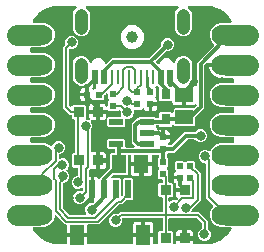
<source format=gbr>
G04 EAGLE Gerber RS-274X export*
G75*
%MOMM*%
%FSLAX34Y34*%
%LPD*%
%INTop Copper*%
%IPPOS*%
%AMOC8*
5,1,8,0,0,1.08239X$1,22.5*%
G01*
%ADD10R,1.240000X1.500000*%
%ADD11R,1.500000X1.240000*%
%ADD12C,1.778000*%
%ADD13C,1.778000*%
%ADD14R,0.500000X1.550000*%
%ADD15R,1.200000X1.800000*%
%ADD16R,1.200000X0.550000*%
%ADD17R,0.500000X0.500000*%
%ADD18R,0.800000X0.900000*%
%ADD19C,1.000000*%
%ADD20R,0.575000X1.150000*%
%ADD21R,0.275000X1.150000*%
%ADD22C,1.108000*%
%ADD23R,0.600000X0.600000*%
%ADD24R,0.900000X0.900000*%
%ADD25C,0.800100*%
%ADD26C,0.304800*%
%ADD27C,0.406400*%
%ADD28C,0.177800*%
%ADD29C,0.254000*%
%ADD30C,0.152400*%
%ADD31C,0.203200*%

G36*
X49046Y27434D02*
X49046Y27434D01*
X49057Y27433D01*
X49177Y27454D01*
X49299Y27473D01*
X49308Y27477D01*
X49319Y27479D01*
X49427Y27535D01*
X49538Y27588D01*
X49546Y27595D01*
X49555Y27600D01*
X49642Y27685D01*
X49732Y27770D01*
X49738Y27779D01*
X49745Y27786D01*
X49804Y27894D01*
X49864Y28000D01*
X49867Y28011D01*
X49872Y28020D01*
X49895Y28140D01*
X49922Y28260D01*
X49921Y28270D01*
X49923Y28281D01*
X49918Y28311D01*
X49900Y28525D01*
X49865Y28613D01*
X49856Y28661D01*
X49085Y30524D01*
X49085Y32722D01*
X49926Y34753D01*
X51480Y36307D01*
X53193Y37016D01*
X53272Y37064D01*
X53355Y37104D01*
X53385Y37132D01*
X53420Y37154D01*
X53482Y37223D01*
X53549Y37286D01*
X53570Y37322D01*
X53597Y37352D01*
X53635Y37436D01*
X53681Y37516D01*
X53690Y37557D01*
X53707Y37594D01*
X53719Y37686D01*
X53739Y37776D01*
X53736Y37817D01*
X53741Y37858D01*
X53725Y37949D01*
X53717Y38041D01*
X53702Y38079D01*
X53695Y38120D01*
X53653Y38202D01*
X53618Y38288D01*
X53592Y38320D01*
X53573Y38356D01*
X53509Y38422D01*
X53451Y38494D01*
X53416Y38517D01*
X53388Y38546D01*
X53306Y38590D01*
X53230Y38641D01*
X53199Y38648D01*
X53154Y38673D01*
X52893Y38724D01*
X52873Y38721D01*
X52853Y38725D01*
X52269Y38725D01*
X51623Y38898D01*
X51044Y39233D01*
X50754Y39522D01*
X50746Y39529D01*
X50739Y39537D01*
X50639Y39608D01*
X50540Y39680D01*
X50531Y39684D01*
X50522Y39690D01*
X50405Y39727D01*
X50289Y39768D01*
X50279Y39768D01*
X50269Y39771D01*
X50146Y39773D01*
X50024Y39777D01*
X50014Y39774D01*
X50003Y39774D01*
X49885Y39739D01*
X49767Y39707D01*
X49758Y39701D01*
X49748Y39698D01*
X49646Y39630D01*
X49543Y39564D01*
X49536Y39556D01*
X49527Y39550D01*
X49510Y39525D01*
X49371Y39362D01*
X49333Y39274D01*
X49306Y39234D01*
X49118Y38780D01*
X47563Y37226D01*
X45533Y36385D01*
X43334Y36385D01*
X41304Y37226D01*
X39749Y38780D01*
X38908Y40811D01*
X38908Y43009D01*
X39749Y45040D01*
X41304Y46594D01*
X43334Y47435D01*
X45533Y47435D01*
X45573Y47418D01*
X45634Y47403D01*
X45691Y47379D01*
X45762Y47372D01*
X45831Y47355D01*
X45893Y47358D01*
X45955Y47352D01*
X46025Y47366D01*
X46097Y47370D01*
X46155Y47392D01*
X46216Y47404D01*
X46256Y47430D01*
X46346Y47463D01*
X46515Y47594D01*
X46541Y47611D01*
X46729Y47799D01*
X46742Y47816D01*
X46758Y47829D01*
X46820Y47923D01*
X46887Y48013D01*
X46894Y48033D01*
X46905Y48050D01*
X46915Y48095D01*
X46974Y48264D01*
X46978Y48376D01*
X46989Y48427D01*
X46989Y49181D01*
X46988Y49192D01*
X46989Y49202D01*
X46968Y49323D01*
X46949Y49444D01*
X46945Y49454D01*
X46943Y49464D01*
X46887Y49573D01*
X46834Y49684D01*
X46827Y49691D01*
X46822Y49701D01*
X46736Y49788D01*
X46652Y49878D01*
X46643Y49883D01*
X46636Y49891D01*
X46528Y49949D01*
X46422Y50010D01*
X46411Y50012D01*
X46402Y50017D01*
X46282Y50041D01*
X46162Y50068D01*
X46152Y50067D01*
X46141Y50069D01*
X46111Y50063D01*
X45897Y50046D01*
X45809Y50010D01*
X45761Y50002D01*
X44089Y49309D01*
X41890Y49309D01*
X39860Y50150D01*
X38305Y51705D01*
X37464Y53735D01*
X37464Y55934D01*
X38305Y57964D01*
X39860Y59519D01*
X41890Y60360D01*
X42037Y60360D01*
X42139Y60375D01*
X42241Y60383D01*
X42269Y60395D01*
X42300Y60400D01*
X42392Y60444D01*
X42488Y60482D01*
X42511Y60502D01*
X42539Y60515D01*
X42614Y60585D01*
X42694Y60650D01*
X42711Y60676D01*
X42733Y60697D01*
X42784Y60786D01*
X42841Y60871D01*
X42847Y60895D01*
X42865Y60927D01*
X42923Y61187D01*
X42920Y61225D01*
X42925Y61248D01*
X42925Y66567D01*
X42910Y66669D01*
X42902Y66771D01*
X42890Y66799D01*
X42885Y66830D01*
X42841Y66922D01*
X42803Y67018D01*
X42783Y67041D01*
X42770Y67069D01*
X42700Y67144D01*
X42635Y67224D01*
X42609Y67241D01*
X42588Y67263D01*
X42499Y67314D01*
X42414Y67371D01*
X42390Y67377D01*
X42358Y67395D01*
X42098Y67453D01*
X42060Y67450D01*
X42037Y67455D01*
X38430Y67455D01*
X37537Y68348D01*
X37537Y78612D01*
X38430Y79505D01*
X39244Y79505D01*
X39346Y79520D01*
X39448Y79528D01*
X39476Y79540D01*
X39507Y79545D01*
X39599Y79589D01*
X39695Y79627D01*
X39718Y79647D01*
X39746Y79660D01*
X39821Y79730D01*
X39901Y79795D01*
X39918Y79821D01*
X39940Y79842D01*
X39991Y79931D01*
X40048Y80016D01*
X40054Y80040D01*
X40072Y80072D01*
X40130Y80332D01*
X40127Y80370D01*
X40132Y80393D01*
X40132Y107567D01*
X40117Y107669D01*
X40109Y107771D01*
X40097Y107799D01*
X40092Y107830D01*
X40048Y107922D01*
X40010Y108018D01*
X39990Y108041D01*
X39977Y108069D01*
X39907Y108144D01*
X39842Y108224D01*
X39816Y108241D01*
X39795Y108263D01*
X39706Y108314D01*
X39621Y108371D01*
X39597Y108377D01*
X39565Y108395D01*
X39305Y108453D01*
X39267Y108450D01*
X39244Y108455D01*
X38430Y108455D01*
X37537Y109348D01*
X37537Y111178D01*
X37522Y111280D01*
X37514Y111382D01*
X37502Y111410D01*
X37497Y111441D01*
X37453Y111533D01*
X37415Y111629D01*
X37395Y111652D01*
X37382Y111680D01*
X37312Y111755D01*
X37247Y111835D01*
X37221Y111852D01*
X37200Y111874D01*
X37111Y111925D01*
X37026Y111982D01*
X37002Y111988D01*
X36970Y112006D01*
X36710Y112064D01*
X36672Y112061D01*
X36649Y112066D01*
X36285Y112066D01*
X30606Y117745D01*
X30606Y169910D01*
X31817Y171120D01*
X31854Y171170D01*
X31898Y171214D01*
X31932Y171276D01*
X31974Y171334D01*
X31995Y171393D01*
X32024Y171447D01*
X32038Y171518D01*
X32062Y171585D01*
X32064Y171647D01*
X32076Y171708D01*
X32068Y171755D01*
X32071Y171851D01*
X32015Y172058D01*
X32009Y172088D01*
X31940Y172256D01*
X31940Y174454D01*
X32781Y176485D01*
X34335Y178039D01*
X36366Y178880D01*
X38564Y178880D01*
X40595Y178039D01*
X42149Y176485D01*
X42990Y174454D01*
X42990Y172256D01*
X42149Y170225D01*
X40595Y168671D01*
X38564Y167830D01*
X36322Y167830D01*
X36220Y167814D01*
X36118Y167806D01*
X36090Y167795D01*
X36059Y167790D01*
X35967Y167745D01*
X35871Y167707D01*
X35848Y167688D01*
X35820Y167674D01*
X35745Y167604D01*
X35665Y167539D01*
X35648Y167514D01*
X35626Y167493D01*
X35575Y167404D01*
X35518Y167318D01*
X35512Y167295D01*
X35494Y167262D01*
X35436Y167003D01*
X35439Y166965D01*
X35434Y166942D01*
X35434Y120113D01*
X35437Y120092D01*
X35435Y120071D01*
X35457Y119961D01*
X35474Y119850D01*
X35483Y119831D01*
X35487Y119810D01*
X35511Y119772D01*
X35589Y119611D01*
X35666Y119528D01*
X35694Y119485D01*
X36021Y119158D01*
X36036Y119146D01*
X36047Y119133D01*
X36073Y119115D01*
X36098Y119089D01*
X36169Y119049D01*
X36235Y119000D01*
X36259Y118992D01*
X36268Y118985D01*
X36287Y118981D01*
X36328Y118957D01*
X36408Y118939D01*
X36486Y118913D01*
X36538Y118911D01*
X36588Y118900D01*
X36636Y118903D01*
X36645Y118901D01*
X36649Y118901D01*
X36678Y118906D01*
X36752Y118903D01*
X36801Y118917D01*
X36853Y118921D01*
X36898Y118939D01*
X36912Y118941D01*
X36939Y118954D01*
X37008Y118973D01*
X37052Y119001D01*
X37100Y119020D01*
X37136Y119050D01*
X37151Y119057D01*
X37175Y119079D01*
X37232Y119116D01*
X37266Y119155D01*
X37306Y119188D01*
X37330Y119224D01*
X37345Y119238D01*
X37364Y119271D01*
X37404Y119318D01*
X37425Y119366D01*
X37453Y119409D01*
X37460Y119439D01*
X37477Y119469D01*
X37487Y119511D01*
X37509Y119563D01*
X37511Y119586D01*
X38430Y120505D01*
X48694Y120505D01*
X49587Y119612D01*
X49587Y109255D01*
X49569Y109223D01*
X49551Y109143D01*
X49524Y109066D01*
X49522Y109014D01*
X49511Y108964D01*
X49517Y108882D01*
X49515Y108800D01*
X49528Y108750D01*
X49532Y108699D01*
X49563Y108623D01*
X49584Y108544D01*
X49612Y108500D01*
X49631Y108452D01*
X49683Y108388D01*
X49727Y108319D01*
X49766Y108286D01*
X49799Y108246D01*
X49867Y108200D01*
X49930Y108147D01*
X49977Y108127D01*
X50020Y108098D01*
X50071Y108087D01*
X50174Y108043D01*
X50352Y108024D01*
X50397Y108014D01*
X50629Y108014D01*
X51674Y107582D01*
X51779Y107555D01*
X51884Y107523D01*
X51908Y107523D01*
X51932Y107518D01*
X52041Y107524D01*
X52150Y107524D01*
X52173Y107532D01*
X52197Y107533D01*
X52299Y107571D01*
X52404Y107604D01*
X52423Y107618D01*
X52446Y107626D01*
X52532Y107693D01*
X52622Y107755D01*
X52637Y107774D01*
X52656Y107789D01*
X52719Y107878D01*
X52786Y107964D01*
X52795Y107987D01*
X52809Y108007D01*
X52842Y108111D01*
X52881Y108213D01*
X52883Y108237D01*
X52890Y108260D01*
X52891Y108369D01*
X52899Y108478D01*
X52893Y108496D01*
X52893Y108525D01*
X52817Y108780D01*
X52791Y108819D01*
X52783Y108846D01*
X52694Y108999D01*
X52521Y109645D01*
X52521Y112703D01*
X57785Y112703D01*
X57785Y107439D01*
X54708Y107439D01*
X54707Y107439D01*
X54674Y107451D01*
X54575Y107454D01*
X54477Y107465D01*
X54443Y107459D01*
X54409Y107460D01*
X54313Y107434D01*
X54216Y107415D01*
X54186Y107399D01*
X54152Y107390D01*
X54069Y107337D01*
X53981Y107290D01*
X53957Y107266D01*
X53928Y107247D01*
X53864Y107172D01*
X53794Y107102D01*
X53778Y107071D01*
X53756Y107045D01*
X53717Y106954D01*
X53671Y106866D01*
X53665Y106832D01*
X53652Y106800D01*
X53641Y106702D01*
X53624Y106604D01*
X53628Y106570D01*
X53624Y106536D01*
X53644Y106439D01*
X53655Y106341D01*
X53669Y106309D01*
X53676Y106275D01*
X53704Y106231D01*
X53764Y106098D01*
X53855Y105994D01*
X53883Y105949D01*
X54214Y105619D01*
X55055Y103588D01*
X55055Y101390D01*
X54212Y99355D01*
X54207Y99351D01*
X54145Y99257D01*
X54078Y99167D01*
X54071Y99147D01*
X54060Y99130D01*
X54050Y99085D01*
X53991Y98916D01*
X53987Y98803D01*
X53976Y98753D01*
X53976Y81409D01*
X53991Y81307D01*
X53999Y81205D01*
X54011Y81177D01*
X54016Y81146D01*
X54060Y81054D01*
X54098Y80958D01*
X54118Y80935D01*
X54131Y80907D01*
X54201Y80832D01*
X54266Y80752D01*
X54292Y80735D01*
X54313Y80713D01*
X54402Y80662D01*
X54487Y80605D01*
X54511Y80599D01*
X54543Y80581D01*
X54803Y80523D01*
X54841Y80526D01*
X54864Y80521D01*
X57785Y80521D01*
X57785Y74369D01*
X57800Y74268D01*
X57809Y74165D01*
X57820Y74137D01*
X57825Y74106D01*
X57869Y74014D01*
X57908Y73919D01*
X57927Y73895D01*
X57940Y73867D01*
X58010Y73792D01*
X58075Y73712D01*
X58101Y73695D01*
X58122Y73673D01*
X58211Y73622D01*
X58296Y73565D01*
X58320Y73560D01*
X58352Y73541D01*
X58612Y73483D01*
X58650Y73486D01*
X58673Y73481D01*
X59563Y73481D01*
X59563Y73479D01*
X58673Y73479D01*
X58572Y73464D01*
X58469Y73455D01*
X58441Y73444D01*
X58410Y73439D01*
X58318Y73395D01*
X58223Y73356D01*
X58199Y73337D01*
X58171Y73324D01*
X58096Y73254D01*
X58016Y73189D01*
X57999Y73163D01*
X57977Y73142D01*
X57926Y73053D01*
X57869Y72968D01*
X57863Y72944D01*
X57845Y72911D01*
X57787Y72652D01*
X57790Y72614D01*
X57785Y72591D01*
X57785Y66439D01*
X54727Y66439D01*
X54272Y66561D01*
X54269Y66562D01*
X54265Y66563D01*
X54136Y66577D01*
X54008Y66591D01*
X54005Y66590D01*
X54001Y66591D01*
X53874Y66565D01*
X53747Y66541D01*
X53744Y66539D01*
X53740Y66538D01*
X53728Y66531D01*
X53513Y66416D01*
X53453Y66356D01*
X53414Y66331D01*
X52331Y65248D01*
X52318Y65231D01*
X52302Y65218D01*
X52240Y65124D01*
X52173Y65034D01*
X52166Y65014D01*
X52155Y64996D01*
X52145Y64952D01*
X52086Y64783D01*
X52082Y64670D01*
X52071Y64620D01*
X52071Y60195D01*
X52086Y60093D01*
X52094Y59991D01*
X52106Y59963D01*
X52111Y59932D01*
X52155Y59840D01*
X52193Y59744D01*
X52213Y59721D01*
X52226Y59693D01*
X52296Y59618D01*
X52361Y59538D01*
X52387Y59521D01*
X52408Y59499D01*
X52497Y59448D01*
X52582Y59391D01*
X52606Y59385D01*
X52638Y59367D01*
X52898Y59309D01*
X52936Y59312D01*
X52959Y59307D01*
X53855Y59307D01*
X53855Y49377D01*
X53870Y49276D01*
X53878Y49173D01*
X53890Y49145D01*
X53894Y49114D01*
X53937Y49026D01*
X53933Y49008D01*
X53915Y48975D01*
X53857Y48716D01*
X53860Y48678D01*
X53855Y48655D01*
X53855Y38036D01*
X53870Y37935D01*
X53878Y37833D01*
X53890Y37804D01*
X53894Y37774D01*
X53939Y37681D01*
X53977Y37586D01*
X53997Y37562D01*
X54010Y37534D01*
X54080Y37459D01*
X54145Y37380D01*
X54171Y37363D01*
X54192Y37340D01*
X54281Y37289D01*
X54366Y37232D01*
X54390Y37227D01*
X54422Y37208D01*
X54682Y37150D01*
X54720Y37153D01*
X54743Y37148D01*
X55456Y37148D01*
X55476Y37151D01*
X55496Y37149D01*
X55607Y37171D01*
X55719Y37188D01*
X55737Y37197D01*
X55757Y37201D01*
X55795Y37225D01*
X55878Y37265D01*
X55916Y37280D01*
X55925Y37288D01*
X55958Y37304D01*
X56039Y37380D01*
X56083Y37407D01*
X56092Y37417D01*
X56105Y37434D01*
X56122Y37448D01*
X56138Y37472D01*
X56152Y37485D01*
X56184Y37541D01*
X56250Y37630D01*
X56257Y37651D01*
X56269Y37669D01*
X56277Y37704D01*
X56284Y37716D01*
X56291Y37745D01*
X56293Y37750D01*
X56296Y37761D01*
X56338Y37881D01*
X56341Y37963D01*
X56351Y38010D01*
X56350Y38029D01*
X56353Y38046D01*
X56353Y48655D01*
X56338Y48756D01*
X56330Y48859D01*
X56318Y48887D01*
X56313Y48918D01*
X56271Y49006D01*
X56275Y49024D01*
X56293Y49057D01*
X56351Y49316D01*
X56348Y49354D01*
X56353Y49377D01*
X56353Y59307D01*
X57939Y59307D01*
X58585Y59134D01*
X59164Y58799D01*
X59637Y58326D01*
X59926Y57826D01*
X59979Y57759D01*
X60026Y57686D01*
X60062Y57655D01*
X60092Y57618D01*
X60163Y57570D01*
X60228Y57514D01*
X60272Y57495D01*
X60312Y57469D01*
X60394Y57444D01*
X60473Y57410D01*
X60520Y57405D01*
X60566Y57391D01*
X60652Y57391D01*
X60737Y57382D01*
X60784Y57392D01*
X60832Y57392D01*
X60913Y57418D01*
X60998Y57435D01*
X61028Y57454D01*
X61085Y57472D01*
X61304Y57623D01*
X61314Y57636D01*
X61323Y57642D01*
X61461Y57779D01*
X61474Y57796D01*
X61490Y57810D01*
X61552Y57903D01*
X61619Y57993D01*
X61626Y58013D01*
X61637Y58031D01*
X61647Y58075D01*
X61706Y58245D01*
X61710Y58357D01*
X61721Y58408D01*
X61721Y58896D01*
X69637Y66812D01*
X69650Y66829D01*
X69666Y66842D01*
X69728Y66935D01*
X69795Y67026D01*
X69802Y67045D01*
X69813Y67063D01*
X69823Y67107D01*
X69882Y67277D01*
X69886Y67389D01*
X69897Y67440D01*
X69897Y78617D01*
X70790Y79510D01*
X73685Y79510D01*
X73787Y79525D01*
X73889Y79533D01*
X73917Y79545D01*
X73948Y79550D01*
X74040Y79594D01*
X74136Y79632D01*
X74159Y79652D01*
X74187Y79665D01*
X74262Y79735D01*
X74342Y79800D01*
X74359Y79826D01*
X74381Y79847D01*
X74432Y79936D01*
X74489Y80021D01*
X74495Y80045D01*
X74513Y80077D01*
X74571Y80337D01*
X74568Y80375D01*
X74573Y80398D01*
X74573Y82111D01*
X74558Y82213D01*
X74550Y82315D01*
X74538Y82343D01*
X74533Y82374D01*
X74489Y82466D01*
X74451Y82562D01*
X74431Y82585D01*
X74418Y82613D01*
X74348Y82688D01*
X74283Y82768D01*
X74257Y82785D01*
X74236Y82807D01*
X74147Y82858D01*
X74062Y82915D01*
X74038Y82921D01*
X74006Y82939D01*
X73746Y82997D01*
X73708Y82994D01*
X73685Y82999D01*
X68759Y82999D01*
X67866Y83892D01*
X67866Y90656D01*
X68759Y91549D01*
X82023Y91549D01*
X82916Y90656D01*
X82916Y85217D01*
X82931Y85115D01*
X82939Y85013D01*
X82951Y84985D01*
X82956Y84954D01*
X83000Y84862D01*
X83038Y84766D01*
X83058Y84743D01*
X83071Y84715D01*
X83141Y84640D01*
X83206Y84560D01*
X83232Y84543D01*
X83253Y84521D01*
X83342Y84470D01*
X83427Y84413D01*
X83451Y84407D01*
X83483Y84389D01*
X83743Y84331D01*
X83781Y84334D01*
X83804Y84329D01*
X90190Y84329D01*
X90241Y84336D01*
X90293Y84335D01*
X90372Y84356D01*
X90453Y84369D01*
X90500Y84391D01*
X90549Y84405D01*
X90619Y84449D01*
X90692Y84484D01*
X90730Y84519D01*
X90774Y84547D01*
X90827Y84610D01*
X90887Y84666D01*
X90912Y84710D01*
X90946Y84750D01*
X90978Y84825D01*
X91019Y84896D01*
X91030Y84947D01*
X91050Y84994D01*
X91059Y85076D01*
X91076Y85156D01*
X91072Y85207D01*
X91078Y85259D01*
X91061Y85339D01*
X91055Y85421D01*
X91036Y85469D01*
X91026Y85519D01*
X90998Y85563D01*
X90956Y85668D01*
X90843Y85807D01*
X90818Y85845D01*
X88391Y88272D01*
X88391Y104768D01*
X92946Y109323D01*
X93167Y109323D01*
X93188Y109326D01*
X93209Y109324D01*
X93320Y109346D01*
X93430Y109363D01*
X93449Y109372D01*
X93470Y109376D01*
X93508Y109400D01*
X93670Y109478D01*
X93752Y109555D01*
X93796Y109583D01*
X94761Y110549D01*
X108025Y110549D01*
X108990Y109583D01*
X109007Y109570D01*
X109021Y109554D01*
X109114Y109492D01*
X109204Y109425D01*
X109224Y109418D01*
X109242Y109407D01*
X109286Y109397D01*
X109455Y109338D01*
X109568Y109334D01*
X109618Y109323D01*
X110808Y109323D01*
X110910Y109338D01*
X111012Y109346D01*
X111040Y109358D01*
X111071Y109363D01*
X111163Y109407D01*
X111259Y109445D01*
X111282Y109465D01*
X111310Y109478D01*
X111385Y109548D01*
X111465Y109613D01*
X111482Y109639D01*
X111504Y109660D01*
X111555Y109749D01*
X111612Y109834D01*
X111618Y109858D01*
X111636Y109890D01*
X111694Y110150D01*
X111691Y110188D01*
X111696Y110211D01*
X111696Y113304D01*
X112589Y114197D01*
X121853Y114197D01*
X122301Y113748D01*
X122342Y113718D01*
X122378Y113680D01*
X122449Y113639D01*
X122515Y113591D01*
X122564Y113574D01*
X122608Y113548D01*
X122688Y113530D01*
X122766Y113503D01*
X122818Y113502D01*
X122868Y113490D01*
X122950Y113497D01*
X123032Y113494D01*
X123081Y113508D01*
X123133Y113512D01*
X123209Y113542D01*
X123288Y113564D01*
X123332Y113592D01*
X123380Y113611D01*
X123443Y113663D01*
X123512Y113707D01*
X123546Y113746D01*
X123586Y113779D01*
X123631Y113847D01*
X123684Y113909D01*
X123705Y113957D01*
X123733Y114000D01*
X123745Y114050D01*
X123789Y114154D01*
X123807Y114332D01*
X123817Y114376D01*
X123817Y116839D01*
X124710Y117732D01*
X140992Y117732D01*
X141013Y117735D01*
X141034Y117733D01*
X141144Y117755D01*
X141255Y117772D01*
X141274Y117781D01*
X141295Y117785D01*
X141333Y117809D01*
X141494Y117887D01*
X141577Y117964D01*
X141620Y117992D01*
X143047Y119419D01*
X143057Y119433D01*
X143071Y119443D01*
X143136Y119539D01*
X143205Y119633D01*
X143211Y119649D01*
X143220Y119663D01*
X143254Y119774D01*
X143292Y119884D01*
X143293Y119901D01*
X143298Y119918D01*
X143297Y120034D01*
X143301Y120149D01*
X143297Y120166D01*
X143297Y120183D01*
X143262Y120294D01*
X143231Y120406D01*
X143222Y120420D01*
X143217Y120437D01*
X143151Y120532D01*
X143089Y120630D01*
X143076Y120641D01*
X143066Y120656D01*
X142975Y120727D01*
X142886Y120802D01*
X142870Y120809D01*
X142857Y120820D01*
X142748Y120861D01*
X142642Y120907D01*
X142625Y120908D01*
X142608Y120915D01*
X142493Y120922D01*
X142377Y120934D01*
X142360Y120931D01*
X142343Y120932D01*
X142303Y120919D01*
X142117Y120882D01*
X142050Y120840D01*
X141975Y120816D01*
X141323Y120439D01*
X140677Y120266D01*
X134619Y120266D01*
X134619Y128118D01*
X134604Y128219D01*
X134595Y128322D01*
X134584Y128350D01*
X134579Y128381D01*
X134535Y128473D01*
X134496Y128568D01*
X134477Y128592D01*
X134464Y128620D01*
X134394Y128695D01*
X134329Y128775D01*
X134303Y128792D01*
X134282Y128814D01*
X134193Y128865D01*
X134108Y128922D01*
X134084Y128927D01*
X134051Y128946D01*
X133792Y129004D01*
X133754Y129001D01*
X133731Y129006D01*
X131953Y129006D01*
X131852Y128991D01*
X131749Y128982D01*
X131721Y128971D01*
X131690Y128966D01*
X131598Y128922D01*
X131503Y128883D01*
X131479Y128864D01*
X131451Y128851D01*
X131376Y128781D01*
X131296Y128716D01*
X131279Y128690D01*
X131257Y128669D01*
X131206Y128580D01*
X131149Y128495D01*
X131143Y128471D01*
X131125Y128438D01*
X131067Y128179D01*
X131070Y128141D01*
X131065Y128118D01*
X131065Y120266D01*
X125007Y120266D01*
X124361Y120439D01*
X123782Y120774D01*
X123309Y121247D01*
X122974Y121826D01*
X122801Y122472D01*
X122801Y122659D01*
X122786Y122761D01*
X122778Y122863D01*
X122766Y122891D01*
X122761Y122922D01*
X122717Y123014D01*
X122679Y123110D01*
X122659Y123133D01*
X122646Y123161D01*
X122576Y123236D01*
X122511Y123316D01*
X122485Y123333D01*
X122464Y123355D01*
X122375Y123406D01*
X122290Y123463D01*
X122266Y123469D01*
X122234Y123487D01*
X121974Y123545D01*
X121936Y123542D01*
X121913Y123547D01*
X112589Y123547D01*
X111696Y124440D01*
X111696Y134775D01*
X111693Y134795D01*
X111695Y134816D01*
X111673Y134927D01*
X111656Y135038D01*
X111647Y135056D01*
X111643Y135077D01*
X111619Y135116D01*
X111541Y135277D01*
X111464Y135359D01*
X111436Y135403D01*
X110627Y136212D01*
X110610Y136225D01*
X110597Y136241D01*
X110503Y136303D01*
X110413Y136370D01*
X110393Y136377D01*
X110376Y136388D01*
X110331Y136398D01*
X110162Y136457D01*
X110049Y136461D01*
X109999Y136472D01*
X109286Y136472D01*
X109235Y136465D01*
X109184Y136466D01*
X109105Y136445D01*
X109024Y136432D01*
X108977Y136410D01*
X108927Y136396D01*
X108858Y136352D01*
X108784Y136317D01*
X108747Y136281D01*
X108703Y136254D01*
X108650Y136191D01*
X108590Y136135D01*
X108564Y136090D01*
X108531Y136051D01*
X108499Y135976D01*
X108458Y135905D01*
X108447Y135854D01*
X108427Y135807D01*
X108418Y135725D01*
X108400Y135645D01*
X108404Y135594D01*
X108399Y135542D01*
X108415Y135462D01*
X108422Y135380D01*
X108441Y135332D01*
X108451Y135282D01*
X108479Y135238D01*
X108521Y135133D01*
X108634Y134994D01*
X108658Y134956D01*
X108792Y134823D01*
X108792Y127559D01*
X108675Y127443D01*
X108624Y127374D01*
X108566Y127311D01*
X108546Y127267D01*
X108517Y127229D01*
X108489Y127148D01*
X108453Y127070D01*
X108446Y127023D01*
X108430Y126978D01*
X108427Y126892D01*
X108415Y126807D01*
X108423Y126760D01*
X108421Y126712D01*
X108444Y126629D01*
X108457Y126545D01*
X108478Y126502D01*
X108491Y126456D01*
X108537Y126384D01*
X108575Y126307D01*
X108601Y126283D01*
X108633Y126231D01*
X108808Y126083D01*
X109300Y125591D01*
X109635Y125012D01*
X109808Y124366D01*
X109808Y122530D01*
X104878Y122530D01*
X104777Y122515D01*
X104674Y122507D01*
X104646Y122495D01*
X104615Y122490D01*
X104523Y122446D01*
X104428Y122408D01*
X104404Y122388D01*
X104376Y122375D01*
X104301Y122305D01*
X104221Y122240D01*
X104204Y122214D01*
X104182Y122193D01*
X104131Y122104D01*
X104074Y122019D01*
X104069Y121995D01*
X104050Y121963D01*
X103992Y121703D01*
X103995Y121665D01*
X103990Y121642D01*
X103990Y121308D01*
X103656Y121308D01*
X103554Y121293D01*
X103452Y121284D01*
X103424Y121273D01*
X103393Y121268D01*
X103301Y121224D01*
X103205Y121185D01*
X103182Y121166D01*
X103154Y121153D01*
X103079Y121082D01*
X102999Y121018D01*
X102982Y120992D01*
X102960Y120971D01*
X102909Y120882D01*
X102852Y120797D01*
X102846Y120773D01*
X102828Y120740D01*
X102770Y120481D01*
X102773Y120443D01*
X102768Y120420D01*
X102768Y115490D01*
X100932Y115490D01*
X100286Y115663D01*
X99707Y115998D01*
X99234Y116471D01*
X98881Y117083D01*
X98827Y117150D01*
X98781Y117222D01*
X98745Y117253D01*
X98715Y117291D01*
X98644Y117339D01*
X98579Y117394D01*
X98534Y117413D01*
X98495Y117440D01*
X98413Y117465D01*
X98334Y117499D01*
X98286Y117504D01*
X98241Y117518D01*
X98155Y117517D01*
X98070Y117526D01*
X98023Y117517D01*
X97975Y117517D01*
X97893Y117491D01*
X97809Y117474D01*
X97779Y117455D01*
X97721Y117437D01*
X97503Y117286D01*
X97492Y117273D01*
X97483Y117267D01*
X96723Y116506D01*
X90868Y116506D01*
X90767Y116491D01*
X90665Y116483D01*
X90636Y116471D01*
X90606Y116466D01*
X90513Y116422D01*
X90418Y116384D01*
X90394Y116364D01*
X90366Y116351D01*
X90291Y116281D01*
X90212Y116216D01*
X90195Y116190D01*
X90172Y116169D01*
X90121Y116080D01*
X90064Y115995D01*
X90059Y115971D01*
X90040Y115939D01*
X89982Y115679D01*
X89985Y115641D01*
X89980Y115618D01*
X89980Y113328D01*
X89139Y111297D01*
X87585Y109743D01*
X85554Y108902D01*
X83804Y108902D01*
X83702Y108886D01*
X83600Y108878D01*
X83572Y108867D01*
X83541Y108862D01*
X83449Y108817D01*
X83353Y108779D01*
X83330Y108760D01*
X83302Y108746D01*
X83227Y108676D01*
X83147Y108611D01*
X83130Y108586D01*
X83108Y108565D01*
X83057Y108476D01*
X83000Y108390D01*
X82994Y108367D01*
X82976Y108334D01*
X82918Y108075D01*
X82921Y108037D01*
X82916Y108014D01*
X82916Y102892D01*
X82023Y101999D01*
X68759Y101999D01*
X67866Y102892D01*
X67866Y108173D01*
X67861Y108207D01*
X67864Y108241D01*
X67841Y108338D01*
X67826Y108436D01*
X67811Y108467D01*
X67804Y108500D01*
X67754Y108586D01*
X67711Y108675D01*
X67687Y108700D01*
X67670Y108730D01*
X67597Y108797D01*
X67529Y108869D01*
X67499Y108886D01*
X67474Y108910D01*
X67384Y108952D01*
X67299Y109001D01*
X67265Y109009D01*
X67234Y109023D01*
X67136Y109037D01*
X67039Y109059D01*
X67005Y109056D01*
X66971Y109061D01*
X66873Y109045D01*
X66774Y109037D01*
X66742Y109024D01*
X66708Y109019D01*
X66619Y108975D01*
X66527Y108938D01*
X66501Y108916D01*
X66470Y108901D01*
X66434Y108863D01*
X66321Y108771D01*
X66245Y108656D01*
X66209Y108617D01*
X66095Y108420D01*
X65622Y107947D01*
X65043Y107612D01*
X64397Y107439D01*
X61339Y107439D01*
X61339Y112703D01*
X66603Y112703D01*
X66603Y110536D01*
X66610Y110485D01*
X66609Y110434D01*
X66630Y110355D01*
X66642Y110274D01*
X66665Y110227D01*
X66679Y110177D01*
X66723Y110108D01*
X66758Y110034D01*
X66793Y109997D01*
X66821Y109953D01*
X66884Y109900D01*
X66940Y109840D01*
X66984Y109814D01*
X67024Y109781D01*
X67099Y109749D01*
X67170Y109708D01*
X67221Y109697D01*
X67268Y109677D01*
X67350Y109668D01*
X67430Y109650D01*
X67481Y109654D01*
X67533Y109649D01*
X67613Y109665D01*
X67695Y109672D01*
X67743Y109691D01*
X67793Y109701D01*
X67837Y109729D01*
X67941Y109771D01*
X68081Y109884D01*
X68119Y109908D01*
X68759Y110549D01*
X78752Y110549D01*
X78762Y110550D01*
X78773Y110549D01*
X78893Y110570D01*
X79014Y110589D01*
X79024Y110593D01*
X79034Y110595D01*
X79143Y110651D01*
X79254Y110704D01*
X79261Y110711D01*
X79271Y110716D01*
X79358Y110802D01*
X79448Y110886D01*
X79453Y110895D01*
X79461Y110902D01*
X79519Y111010D01*
X79580Y111116D01*
X79582Y111127D01*
X79587Y111136D01*
X79611Y111256D01*
X79638Y111376D01*
X79637Y111386D01*
X79639Y111397D01*
X79634Y111427D01*
X79616Y111641D01*
X79581Y111729D01*
X79572Y111777D01*
X78930Y113328D01*
X78930Y115619D01*
X78922Y115670D01*
X78924Y115722D01*
X78902Y115801D01*
X78890Y115882D01*
X78868Y115928D01*
X78854Y115978D01*
X78810Y116047D01*
X78774Y116121D01*
X78739Y116159D01*
X78711Y116202D01*
X78649Y116256D01*
X78593Y116315D01*
X78548Y116341D01*
X78509Y116375D01*
X78433Y116407D01*
X78362Y116447D01*
X78312Y116459D01*
X78264Y116479D01*
X78183Y116487D01*
X78103Y116505D01*
X78051Y116501D01*
X78000Y116506D01*
X77919Y116490D01*
X77838Y116484D01*
X77790Y116464D01*
X77739Y116454D01*
X77696Y116427D01*
X77591Y116385D01*
X77452Y116272D01*
X77413Y116247D01*
X76403Y115236D01*
X69139Y115236D01*
X68119Y116257D01*
X68078Y116287D01*
X68042Y116325D01*
X67971Y116366D01*
X67905Y116414D01*
X67856Y116431D01*
X67812Y116457D01*
X67732Y116475D01*
X67654Y116502D01*
X67602Y116503D01*
X67552Y116515D01*
X67470Y116508D01*
X67388Y116511D01*
X67339Y116497D01*
X67287Y116493D01*
X67211Y116463D01*
X67132Y116441D01*
X67088Y116413D01*
X67040Y116394D01*
X66977Y116342D01*
X66908Y116298D01*
X66874Y116259D01*
X66872Y116257D01*
X61339Y116257D01*
X61339Y121521D01*
X64397Y121521D01*
X65043Y121348D01*
X65622Y121013D01*
X66095Y120540D01*
X66430Y119961D01*
X66500Y119698D01*
X66507Y119682D01*
X66510Y119665D01*
X66560Y119560D01*
X66606Y119454D01*
X66618Y119441D01*
X66625Y119425D01*
X66705Y119340D01*
X66780Y119253D01*
X66795Y119244D01*
X66807Y119231D01*
X66907Y119174D01*
X67006Y119112D01*
X67022Y119108D01*
X67037Y119099D01*
X67151Y119074D01*
X67263Y119044D01*
X67280Y119045D01*
X67297Y119041D01*
X67412Y119051D01*
X67528Y119056D01*
X67545Y119062D01*
X67562Y119063D01*
X67669Y119106D01*
X67779Y119145D01*
X67792Y119156D01*
X67809Y119162D01*
X67899Y119235D01*
X67991Y119305D01*
X68001Y119319D01*
X68015Y119330D01*
X68079Y119426D01*
X68147Y119520D01*
X68153Y119536D01*
X68162Y119551D01*
X68171Y119592D01*
X68232Y119772D01*
X68229Y119851D01*
X68246Y119928D01*
X68246Y123393D01*
X69067Y124213D01*
X69128Y124296D01*
X69194Y124374D01*
X69206Y124402D01*
X69224Y124427D01*
X69258Y124524D01*
X69298Y124618D01*
X69302Y124649D01*
X69312Y124678D01*
X69315Y124781D01*
X69326Y124883D01*
X69320Y124913D01*
X69321Y124944D01*
X69294Y125043D01*
X69274Y125143D01*
X69261Y125164D01*
X69251Y125200D01*
X69108Y125424D01*
X69079Y125449D01*
X69067Y125469D01*
X68246Y126289D01*
X68246Y129363D01*
X68239Y129414D01*
X68240Y129466D01*
X68219Y129545D01*
X68206Y129626D01*
X68184Y129673D01*
X68170Y129722D01*
X68126Y129792D01*
X68091Y129865D01*
X68056Y129903D01*
X68028Y129947D01*
X67965Y130000D01*
X67909Y130060D01*
X67865Y130085D01*
X67825Y130119D01*
X67750Y130151D01*
X67679Y130192D01*
X67628Y130203D01*
X67581Y130223D01*
X67499Y130232D01*
X67419Y130249D01*
X67368Y130245D01*
X67316Y130251D01*
X67236Y130235D01*
X67154Y130228D01*
X67106Y130209D01*
X67056Y130199D01*
X67012Y130171D01*
X66907Y130129D01*
X66768Y130016D01*
X66730Y129991D01*
X65364Y128625D01*
X65351Y128608D01*
X65335Y128595D01*
X65273Y128502D01*
X65206Y128411D01*
X65199Y128392D01*
X65188Y128374D01*
X65178Y128330D01*
X65119Y128160D01*
X65115Y128048D01*
X65104Y127997D01*
X65104Y125527D01*
X64211Y124634D01*
X56947Y124634D01*
X56831Y124751D01*
X56762Y124802D01*
X56699Y124860D01*
X56655Y124880D01*
X56617Y124909D01*
X56536Y124937D01*
X56458Y124973D01*
X56411Y124980D01*
X56366Y124996D01*
X56280Y124999D01*
X56195Y125011D01*
X56148Y125003D01*
X56100Y125005D01*
X56017Y124982D01*
X55933Y124969D01*
X55890Y124948D01*
X55844Y124935D01*
X55772Y124889D01*
X55695Y124851D01*
X55671Y124825D01*
X55619Y124793D01*
X55471Y124618D01*
X54979Y124126D01*
X54400Y123791D01*
X53754Y123618D01*
X51918Y123618D01*
X51918Y128548D01*
X51903Y128649D01*
X51895Y128752D01*
X51883Y128780D01*
X51878Y128811D01*
X51834Y128903D01*
X51796Y128998D01*
X51776Y129022D01*
X51763Y129050D01*
X51693Y129125D01*
X51667Y129156D01*
X51687Y129172D01*
X51704Y129198D01*
X51726Y129219D01*
X51777Y129308D01*
X51834Y129393D01*
X51840Y129417D01*
X51858Y129450D01*
X51916Y129709D01*
X51913Y129747D01*
X51918Y129770D01*
X51918Y134769D01*
X51944Y134776D01*
X52013Y134820D01*
X52087Y134855D01*
X52125Y134891D01*
X52168Y134918D01*
X52221Y134981D01*
X52281Y135037D01*
X52307Y135082D01*
X52340Y135121D01*
X52372Y135196D01*
X52413Y135267D01*
X52424Y135318D01*
X52445Y135365D01*
X52453Y135447D01*
X52471Y135527D01*
X52467Y135578D01*
X52472Y135630D01*
X52456Y135710D01*
X52449Y135792D01*
X52430Y135840D01*
X52420Y135890D01*
X52392Y135934D01*
X52350Y136039D01*
X52237Y136178D01*
X52213Y136216D01*
X51992Y136437D01*
X51657Y137016D01*
X51478Y137687D01*
X51478Y137708D01*
X51457Y137788D01*
X51444Y137869D01*
X51422Y137915D01*
X51408Y137965D01*
X51364Y138034D01*
X51329Y138108D01*
X51293Y138146D01*
X51266Y138189D01*
X51203Y138242D01*
X51147Y138302D01*
X51102Y138328D01*
X51063Y138361D01*
X50988Y138393D01*
X50917Y138434D01*
X50866Y138445D01*
X50819Y138466D01*
X50737Y138474D01*
X50657Y138492D01*
X50606Y138488D01*
X50554Y138493D01*
X50474Y138477D01*
X50392Y138470D01*
X50344Y138451D01*
X50294Y138441D01*
X50250Y138413D01*
X50145Y138371D01*
X50006Y138258D01*
X49968Y138234D01*
X49702Y137968D01*
X47105Y136892D01*
X44295Y136892D01*
X41698Y137968D01*
X39711Y139955D01*
X38635Y142552D01*
X38635Y156442D01*
X39711Y159039D01*
X41698Y161026D01*
X44295Y162102D01*
X47105Y162102D01*
X49702Y161026D01*
X51689Y159039D01*
X52831Y156283D01*
X52857Y156239D01*
X52875Y156191D01*
X52926Y156126D01*
X52968Y156055D01*
X53007Y156021D01*
X53038Y155980D01*
X53105Y155933D01*
X53167Y155879D01*
X53213Y155857D01*
X53256Y155828D01*
X53334Y155802D01*
X53408Y155769D01*
X53460Y155762D01*
X53509Y155746D01*
X53591Y155745D01*
X53672Y155735D01*
X53723Y155744D01*
X53775Y155743D01*
X53853Y155767D01*
X53934Y155781D01*
X53980Y155804D01*
X54029Y155819D01*
X54098Y155865D01*
X54170Y155902D01*
X54207Y155938D01*
X54250Y155967D01*
X54280Y156009D01*
X54361Y156088D01*
X54446Y156246D01*
X54472Y156283D01*
X55091Y157777D01*
X56720Y159406D01*
X58848Y160288D01*
X61152Y160288D01*
X63280Y159406D01*
X64909Y157777D01*
X65690Y155892D01*
X65695Y155883D01*
X65698Y155873D01*
X65764Y155769D01*
X65827Y155664D01*
X65835Y155657D01*
X65841Y155648D01*
X65935Y155568D01*
X66026Y155488D01*
X66035Y155483D01*
X66043Y155476D01*
X66157Y155428D01*
X66268Y155377D01*
X66278Y155376D01*
X66288Y155372D01*
X66410Y155359D01*
X66532Y155344D01*
X66542Y155346D01*
X66552Y155345D01*
X66673Y155369D01*
X66793Y155390D01*
X66803Y155395D01*
X66813Y155397D01*
X66839Y155413D01*
X67030Y155511D01*
X67098Y155578D01*
X67139Y155604D01*
X69383Y157848D01*
X71429Y159894D01*
X102509Y159894D01*
X102530Y159897D01*
X102551Y159895D01*
X102661Y159917D01*
X102772Y159934D01*
X102791Y159943D01*
X102812Y159947D01*
X102850Y159971D01*
X103011Y160049D01*
X103094Y160126D01*
X103137Y160154D01*
X112960Y169976D01*
X112972Y169993D01*
X112988Y170006D01*
X113051Y170100D01*
X113117Y170190D01*
X113124Y170210D01*
X113136Y170227D01*
X113146Y170272D01*
X113205Y170441D01*
X113209Y170554D01*
X113220Y170604D01*
X113220Y172549D01*
X114061Y174580D01*
X115615Y176134D01*
X117646Y176975D01*
X119844Y176975D01*
X121875Y176134D01*
X123429Y174580D01*
X124270Y172549D01*
X124270Y170351D01*
X123429Y168320D01*
X121875Y166766D01*
X119844Y165925D01*
X117899Y165925D01*
X117879Y165922D01*
X117858Y165924D01*
X117747Y165902D01*
X117636Y165885D01*
X117618Y165876D01*
X117597Y165872D01*
X117558Y165847D01*
X117397Y165769D01*
X117315Y165692D01*
X117271Y165665D01*
X109378Y157772D01*
X109317Y157689D01*
X109251Y157611D01*
X109239Y157583D01*
X109221Y157558D01*
X109187Y157461D01*
X109147Y157366D01*
X109143Y157336D01*
X109133Y157307D01*
X109130Y157204D01*
X109119Y157102D01*
X109125Y157072D01*
X109124Y157041D01*
X109151Y156942D01*
X109171Y156841D01*
X109184Y156821D01*
X109194Y156785D01*
X109337Y156560D01*
X109366Y156536D01*
X109378Y156516D01*
X110553Y155341D01*
X110561Y155335D01*
X110567Y155327D01*
X110668Y155257D01*
X110767Y155184D01*
X110777Y155180D01*
X110785Y155174D01*
X110902Y155137D01*
X111018Y155096D01*
X111028Y155096D01*
X111038Y155093D01*
X111161Y155091D01*
X111283Y155087D01*
X111293Y155090D01*
X111304Y155090D01*
X111421Y155125D01*
X111540Y155157D01*
X111549Y155163D01*
X111559Y155166D01*
X111660Y155234D01*
X111764Y155300D01*
X111771Y155308D01*
X111780Y155314D01*
X111797Y155339D01*
X111936Y155502D01*
X111974Y155590D01*
X112001Y155630D01*
X112891Y157777D01*
X114520Y159406D01*
X116648Y160288D01*
X118952Y160288D01*
X121080Y159406D01*
X122709Y157777D01*
X123328Y156283D01*
X123355Y156239D01*
X123373Y156191D01*
X123423Y156126D01*
X123465Y156055D01*
X123504Y156021D01*
X123535Y155980D01*
X123603Y155933D01*
X123664Y155879D01*
X123711Y155857D01*
X123753Y155828D01*
X123831Y155802D01*
X123906Y155769D01*
X123957Y155762D01*
X124006Y155746D01*
X124088Y155745D01*
X124170Y155735D01*
X124220Y155744D01*
X124272Y155743D01*
X124350Y155767D01*
X124431Y155781D01*
X124477Y155804D01*
X124527Y155819D01*
X124595Y155865D01*
X124668Y155902D01*
X124705Y155938D01*
X124748Y155967D01*
X124777Y156009D01*
X124858Y156088D01*
X124943Y156246D01*
X124969Y156283D01*
X126111Y159039D01*
X128098Y161026D01*
X130695Y162102D01*
X133505Y162102D01*
X136102Y161026D01*
X138089Y159039D01*
X139165Y156442D01*
X139165Y142552D01*
X138089Y139955D01*
X137398Y139264D01*
X137368Y139223D01*
X137330Y139187D01*
X137289Y139116D01*
X137240Y139050D01*
X137223Y139001D01*
X137198Y138957D01*
X137180Y138877D01*
X137153Y138799D01*
X137151Y138747D01*
X137140Y138697D01*
X137147Y138615D01*
X137144Y138533D01*
X137157Y138484D01*
X137162Y138432D01*
X137192Y138356D01*
X137214Y138277D01*
X137241Y138233D01*
X137261Y138185D01*
X137312Y138122D01*
X137356Y138053D01*
X137396Y138019D01*
X137428Y137979D01*
X137497Y137934D01*
X137559Y137881D01*
X137606Y137860D01*
X137649Y137832D01*
X137700Y137820D01*
X137803Y137776D01*
X137982Y137758D01*
X138026Y137748D01*
X140677Y137748D01*
X141323Y137575D01*
X141902Y137240D01*
X142120Y137022D01*
X142161Y136992D01*
X142197Y136954D01*
X142268Y136913D01*
X142334Y136864D01*
X142383Y136848D01*
X142427Y136822D01*
X142507Y136804D01*
X142585Y136777D01*
X142637Y136775D01*
X142687Y136764D01*
X142769Y136771D01*
X142851Y136768D01*
X142900Y136782D01*
X142952Y136786D01*
X143028Y136816D01*
X143107Y136838D01*
X143151Y136865D01*
X143199Y136885D01*
X143262Y136936D01*
X143331Y136980D01*
X143365Y137020D01*
X143405Y137052D01*
X143450Y137121D01*
X143503Y137183D01*
X143524Y137230D01*
X143552Y137273D01*
X143564Y137324D01*
X143608Y137427D01*
X143626Y137606D01*
X143636Y137650D01*
X143636Y156203D01*
X158127Y170693D01*
X158155Y170732D01*
X158182Y170757D01*
X158203Y170795D01*
X158254Y170854D01*
X158266Y170883D01*
X158285Y170907D01*
X158310Y170981D01*
X158314Y170988D01*
X158316Y170999D01*
X158318Y171004D01*
X158359Y171099D01*
X158362Y171129D01*
X158372Y171158D01*
X158375Y171261D01*
X158386Y171363D01*
X158380Y171393D01*
X158381Y171424D01*
X158354Y171523D01*
X158334Y171624D01*
X158321Y171644D01*
X158311Y171681D01*
X158169Y171905D01*
X158140Y171929D01*
X158127Y171950D01*
X156271Y173806D01*
X154685Y177633D01*
X154685Y181777D01*
X156271Y185604D01*
X159201Y188534D01*
X163028Y190120D01*
X172164Y190120D01*
X172271Y190136D01*
X172379Y190146D01*
X172402Y190156D01*
X172427Y190160D01*
X172524Y190207D01*
X172625Y190249D01*
X172644Y190265D01*
X172666Y190275D01*
X172746Y190350D01*
X172829Y190419D01*
X172842Y190440D01*
X172860Y190457D01*
X172914Y190551D01*
X172973Y190642D01*
X172980Y190666D01*
X172992Y190687D01*
X173016Y190793D01*
X173045Y190898D01*
X173043Y190917D01*
X173050Y190947D01*
X173028Y191212D01*
X173011Y191254D01*
X173008Y191282D01*
X172821Y191859D01*
X172702Y192097D01*
X172697Y192102D01*
X172695Y192107D01*
X168654Y197668D01*
X168468Y197857D01*
X168461Y197861D01*
X168458Y197864D01*
X162897Y201905D01*
X162661Y202027D01*
X162653Y202029D01*
X162649Y202031D01*
X156452Y204045D01*
X156189Y204088D01*
X156182Y204087D01*
X156177Y204088D01*
X136984Y204088D01*
X136933Y204081D01*
X136882Y204082D01*
X136802Y204061D01*
X136721Y204048D01*
X136675Y204026D01*
X136625Y204012D01*
X136556Y203968D01*
X136482Y203933D01*
X136444Y203898D01*
X136401Y203870D01*
X136348Y203807D01*
X136288Y203751D01*
X136262Y203707D01*
X136229Y203667D01*
X136196Y203592D01*
X136156Y203521D01*
X136145Y203470D01*
X136124Y203423D01*
X136116Y203341D01*
X136098Y203261D01*
X136102Y203210D01*
X136097Y203158D01*
X136113Y203078D01*
X136120Y202996D01*
X136139Y202948D01*
X136149Y202898D01*
X136177Y202854D01*
X136219Y202749D01*
X136332Y202610D01*
X136356Y202572D01*
X138089Y200839D01*
X139165Y198242D01*
X139165Y184352D01*
X138089Y181755D01*
X136102Y179768D01*
X133505Y178692D01*
X130695Y178692D01*
X128098Y179768D01*
X126111Y181755D01*
X125035Y184352D01*
X125035Y198242D01*
X126111Y200839D01*
X127844Y202572D01*
X127875Y202613D01*
X127912Y202649D01*
X127953Y202720D01*
X128002Y202786D01*
X128019Y202835D01*
X128044Y202879D01*
X128062Y202959D01*
X128089Y203037D01*
X128091Y203089D01*
X128102Y203139D01*
X128095Y203221D01*
X128098Y203303D01*
X128085Y203352D01*
X128080Y203404D01*
X128050Y203480D01*
X128028Y203559D01*
X128001Y203603D01*
X127981Y203651D01*
X127930Y203714D01*
X127886Y203783D01*
X127846Y203817D01*
X127814Y203857D01*
X127745Y203902D01*
X127683Y203955D01*
X127636Y203976D01*
X127593Y204004D01*
X127542Y204016D01*
X127439Y204060D01*
X127260Y204078D01*
X127216Y204088D01*
X50584Y204088D01*
X50533Y204081D01*
X50482Y204082D01*
X50402Y204061D01*
X50321Y204048D01*
X50275Y204026D01*
X50225Y204012D01*
X50156Y203968D01*
X50082Y203933D01*
X50044Y203898D01*
X50001Y203870D01*
X49948Y203807D01*
X49888Y203751D01*
X49862Y203707D01*
X49829Y203667D01*
X49796Y203592D01*
X49756Y203521D01*
X49745Y203470D01*
X49724Y203423D01*
X49716Y203341D01*
X49698Y203261D01*
X49702Y203210D01*
X49697Y203158D01*
X49713Y203078D01*
X49720Y202996D01*
X49739Y202948D01*
X49749Y202898D01*
X49777Y202854D01*
X49819Y202749D01*
X49932Y202610D01*
X49956Y202572D01*
X51689Y200839D01*
X52765Y198242D01*
X52765Y184352D01*
X51689Y181755D01*
X49702Y179768D01*
X47105Y178692D01*
X44295Y178692D01*
X41698Y179768D01*
X39711Y181755D01*
X38635Y184352D01*
X38635Y198242D01*
X39711Y200839D01*
X41444Y202572D01*
X41475Y202613D01*
X41512Y202649D01*
X41553Y202720D01*
X41602Y202786D01*
X41619Y202835D01*
X41644Y202879D01*
X41662Y202959D01*
X41689Y203037D01*
X41691Y203089D01*
X41702Y203139D01*
X41695Y203221D01*
X41698Y203303D01*
X41685Y203352D01*
X41680Y203404D01*
X41650Y203480D01*
X41628Y203559D01*
X41601Y203603D01*
X41581Y203651D01*
X41530Y203714D01*
X41486Y203783D01*
X41446Y203817D01*
X41414Y203857D01*
X41345Y203902D01*
X41283Y203955D01*
X41236Y203976D01*
X41193Y204004D01*
X41142Y204016D01*
X41039Y204060D01*
X40860Y204078D01*
X40816Y204088D01*
X21623Y204088D01*
X21360Y204048D01*
X21353Y204045D01*
X21348Y204045D01*
X15151Y202031D01*
X14913Y201912D01*
X14908Y201907D01*
X14903Y201905D01*
X9342Y197864D01*
X9153Y197678D01*
X9149Y197671D01*
X9146Y197668D01*
X5105Y192107D01*
X4983Y191871D01*
X4981Y191863D01*
X4979Y191859D01*
X4792Y191282D01*
X4774Y191175D01*
X4750Y191069D01*
X4752Y191044D01*
X4748Y191020D01*
X4763Y190912D01*
X4772Y190804D01*
X4781Y190781D01*
X4784Y190757D01*
X4830Y190658D01*
X4871Y190557D01*
X4886Y190538D01*
X4897Y190516D01*
X4970Y190436D01*
X5038Y190351D01*
X5059Y190337D01*
X5075Y190319D01*
X5169Y190264D01*
X5259Y190204D01*
X5278Y190199D01*
X5304Y190184D01*
X5563Y190123D01*
X5609Y190126D01*
X5636Y190120D01*
X14772Y190120D01*
X18599Y188534D01*
X21529Y185604D01*
X23115Y181777D01*
X23115Y177633D01*
X21529Y173806D01*
X18599Y170876D01*
X14772Y169290D01*
X3429Y169290D01*
X3327Y169275D01*
X3225Y169267D01*
X3197Y169255D01*
X3166Y169250D01*
X3074Y169206D01*
X2978Y169168D01*
X2955Y169148D01*
X2927Y169135D01*
X2852Y169065D01*
X2772Y169000D01*
X2755Y168974D01*
X2733Y168953D01*
X2682Y168864D01*
X2625Y168779D01*
X2619Y168755D01*
X2601Y168723D01*
X2543Y168463D01*
X2546Y168425D01*
X2541Y168402D01*
X2541Y165608D01*
X2556Y165506D01*
X2564Y165404D01*
X2576Y165376D01*
X2581Y165345D01*
X2625Y165253D01*
X2663Y165157D01*
X2683Y165134D01*
X2696Y165106D01*
X2766Y165031D01*
X2831Y164951D01*
X2857Y164934D01*
X2878Y164912D01*
X2967Y164861D01*
X3052Y164804D01*
X3076Y164798D01*
X3108Y164780D01*
X3368Y164722D01*
X3406Y164725D01*
X3429Y164720D01*
X14772Y164720D01*
X18599Y163134D01*
X21529Y160204D01*
X23115Y156377D01*
X23115Y152233D01*
X21529Y148406D01*
X18599Y145476D01*
X14772Y143890D01*
X3429Y143890D01*
X3327Y143875D01*
X3225Y143867D01*
X3197Y143855D01*
X3166Y143850D01*
X3074Y143806D01*
X2978Y143768D01*
X2955Y143748D01*
X2927Y143735D01*
X2852Y143665D01*
X2772Y143600D01*
X2755Y143574D01*
X2733Y143553D01*
X2682Y143464D01*
X2625Y143379D01*
X2619Y143355D01*
X2601Y143323D01*
X2543Y143063D01*
X2546Y143025D01*
X2541Y143002D01*
X2541Y140208D01*
X2556Y140106D01*
X2564Y140004D01*
X2576Y139976D01*
X2581Y139945D01*
X2625Y139853D01*
X2663Y139757D01*
X2683Y139734D01*
X2696Y139706D01*
X2766Y139631D01*
X2831Y139551D01*
X2857Y139534D01*
X2878Y139512D01*
X2967Y139461D01*
X3052Y139404D01*
X3076Y139398D01*
X3108Y139380D01*
X3368Y139322D01*
X3406Y139325D01*
X3429Y139320D01*
X14772Y139320D01*
X18599Y137734D01*
X21529Y134804D01*
X23115Y130977D01*
X23115Y126833D01*
X21529Y123006D01*
X18599Y120076D01*
X14772Y118490D01*
X3429Y118490D01*
X3327Y118475D01*
X3225Y118467D01*
X3197Y118455D01*
X3166Y118450D01*
X3074Y118406D01*
X2978Y118368D01*
X2955Y118348D01*
X2927Y118335D01*
X2852Y118265D01*
X2772Y118200D01*
X2755Y118174D01*
X2733Y118153D01*
X2682Y118064D01*
X2625Y117979D01*
X2619Y117955D01*
X2601Y117923D01*
X2543Y117663D01*
X2546Y117625D01*
X2541Y117602D01*
X2541Y114808D01*
X2556Y114706D01*
X2564Y114604D01*
X2576Y114576D01*
X2581Y114545D01*
X2625Y114453D01*
X2663Y114357D01*
X2683Y114334D01*
X2696Y114306D01*
X2766Y114231D01*
X2831Y114151D01*
X2857Y114134D01*
X2878Y114112D01*
X2967Y114061D01*
X3052Y114004D01*
X3076Y113998D01*
X3108Y113980D01*
X3368Y113922D01*
X3406Y113925D01*
X3429Y113920D01*
X14772Y113920D01*
X18599Y112334D01*
X21529Y109404D01*
X23115Y105577D01*
X23115Y101433D01*
X21529Y97606D01*
X18599Y94676D01*
X14772Y93090D01*
X3429Y93090D01*
X3327Y93075D01*
X3225Y93067D01*
X3197Y93055D01*
X3166Y93050D01*
X3074Y93006D01*
X2978Y92968D01*
X2955Y92948D01*
X2927Y92935D01*
X2852Y92865D01*
X2772Y92800D01*
X2755Y92774D01*
X2733Y92753D01*
X2682Y92664D01*
X2625Y92579D01*
X2619Y92555D01*
X2601Y92523D01*
X2543Y92263D01*
X2546Y92225D01*
X2541Y92202D01*
X2541Y89408D01*
X2556Y89306D01*
X2564Y89204D01*
X2576Y89176D01*
X2581Y89145D01*
X2625Y89053D01*
X2663Y88957D01*
X2683Y88934D01*
X2696Y88906D01*
X2766Y88831D01*
X2831Y88751D01*
X2857Y88734D01*
X2878Y88712D01*
X2967Y88661D01*
X3052Y88604D01*
X3076Y88598D01*
X3108Y88580D01*
X3368Y88522D01*
X3406Y88525D01*
X3429Y88520D01*
X14772Y88520D01*
X18599Y86934D01*
X19815Y85718D01*
X19824Y85712D01*
X19830Y85704D01*
X19931Y85633D01*
X20029Y85560D01*
X20039Y85557D01*
X20048Y85551D01*
X20165Y85513D01*
X20280Y85473D01*
X20291Y85473D01*
X20301Y85470D01*
X20424Y85468D01*
X20546Y85464D01*
X20556Y85467D01*
X20567Y85467D01*
X20684Y85502D01*
X20803Y85534D01*
X20811Y85539D01*
X20822Y85543D01*
X20924Y85611D01*
X21027Y85676D01*
X21034Y85684D01*
X21042Y85690D01*
X21060Y85716D01*
X21199Y85879D01*
X21237Y85967D01*
X21264Y86006D01*
X21870Y87469D01*
X23424Y89023D01*
X25455Y89864D01*
X27653Y89864D01*
X29684Y89023D01*
X31238Y87469D01*
X32079Y85438D01*
X32079Y83240D01*
X31238Y81209D01*
X29684Y79655D01*
X27653Y78814D01*
X27305Y78814D01*
X27203Y78798D01*
X27101Y78790D01*
X27073Y78778D01*
X27042Y78774D01*
X26950Y78729D01*
X26854Y78691D01*
X26831Y78672D01*
X26803Y78658D01*
X26728Y78588D01*
X26648Y78523D01*
X26631Y78498D01*
X26609Y78477D01*
X26558Y78388D01*
X26501Y78302D01*
X26495Y78279D01*
X26477Y78246D01*
X26419Y77987D01*
X26422Y77949D01*
X26417Y77925D01*
X26417Y75675D01*
X26418Y75664D01*
X26417Y75654D01*
X26438Y75533D01*
X26457Y75412D01*
X26461Y75402D01*
X26463Y75392D01*
X26519Y75283D01*
X26572Y75172D01*
X26579Y75165D01*
X26584Y75155D01*
X26670Y75068D01*
X26754Y74978D01*
X26763Y74973D01*
X26770Y74965D01*
X26878Y74907D01*
X26984Y74846D01*
X26995Y74844D01*
X27004Y74839D01*
X27124Y74815D01*
X27244Y74788D01*
X27254Y74789D01*
X27265Y74787D01*
X27295Y74793D01*
X27509Y74810D01*
X27597Y74846D01*
X27645Y74854D01*
X28508Y75212D01*
X30707Y75212D01*
X32737Y74371D01*
X34292Y72816D01*
X35133Y70785D01*
X35133Y68587D01*
X34292Y66557D01*
X33297Y65562D01*
X33236Y65479D01*
X33170Y65401D01*
X33157Y65373D01*
X33139Y65348D01*
X33106Y65251D01*
X33065Y65157D01*
X33062Y65126D01*
X33052Y65097D01*
X33048Y64995D01*
X33038Y64892D01*
X33044Y64862D01*
X33043Y64831D01*
X33070Y64732D01*
X33090Y64632D01*
X33103Y64611D01*
X33113Y64575D01*
X33255Y64351D01*
X33284Y64326D01*
X33297Y64306D01*
X34529Y63074D01*
X35370Y61043D01*
X35370Y58845D01*
X34529Y56814D01*
X32975Y55260D01*
X30781Y54351D01*
X30739Y54326D01*
X30664Y54296D01*
X30641Y54277D01*
X30613Y54263D01*
X30572Y54225D01*
X30553Y54214D01*
X30527Y54184D01*
X30458Y54128D01*
X30441Y54103D01*
X30419Y54082D01*
X30388Y54028D01*
X30376Y54015D01*
X30363Y53986D01*
X30311Y53907D01*
X30305Y53884D01*
X30287Y53851D01*
X30272Y53786D01*
X30266Y53773D01*
X30262Y53742D01*
X30229Y53592D01*
X30232Y53554D01*
X30227Y53531D01*
X30227Y33417D01*
X30230Y33396D01*
X30228Y33375D01*
X30250Y33265D01*
X30267Y33154D01*
X30276Y33135D01*
X30280Y33115D01*
X30304Y33076D01*
X30382Y32915D01*
X30459Y32832D01*
X30487Y32789D01*
X35583Y27693D01*
X35600Y27680D01*
X35613Y27664D01*
X35706Y27602D01*
X35797Y27535D01*
X35817Y27528D01*
X35834Y27517D01*
X35879Y27507D01*
X36048Y27448D01*
X36161Y27444D01*
X36211Y27433D01*
X49036Y27433D01*
X49046Y27434D01*
G37*
G36*
X125268Y2556D02*
X125268Y2556D01*
X125370Y2564D01*
X125398Y2576D01*
X125429Y2581D01*
X125521Y2625D01*
X125617Y2663D01*
X125640Y2683D01*
X125668Y2696D01*
X125743Y2766D01*
X125823Y2831D01*
X125840Y2857D01*
X125862Y2878D01*
X125913Y2967D01*
X125970Y3052D01*
X125976Y3076D01*
X125994Y3108D01*
X126052Y3368D01*
X126049Y3406D01*
X126054Y3429D01*
X126054Y5663D01*
X132206Y5663D01*
X132307Y5678D01*
X132410Y5687D01*
X132438Y5698D01*
X132469Y5703D01*
X132561Y5747D01*
X132656Y5786D01*
X132680Y5805D01*
X132708Y5818D01*
X132783Y5888D01*
X132863Y5953D01*
X132880Y5979D01*
X132902Y6000D01*
X132953Y6089D01*
X133010Y6174D01*
X133015Y6198D01*
X133034Y6230D01*
X133092Y6490D01*
X133089Y6528D01*
X133094Y6551D01*
X133094Y7441D01*
X133096Y7441D01*
X133096Y6551D01*
X133111Y6450D01*
X133120Y6347D01*
X133131Y6319D01*
X133136Y6288D01*
X133180Y6196D01*
X133219Y6101D01*
X133238Y6077D01*
X133251Y6049D01*
X133321Y5974D01*
X133386Y5894D01*
X133412Y5877D01*
X133433Y5855D01*
X133522Y5804D01*
X133607Y5747D01*
X133631Y5741D01*
X133664Y5723D01*
X133923Y5665D01*
X133961Y5668D01*
X133984Y5663D01*
X140136Y5663D01*
X140136Y3429D01*
X140151Y3327D01*
X140159Y3225D01*
X140171Y3197D01*
X140176Y3166D01*
X140220Y3074D01*
X140258Y2978D01*
X140278Y2955D01*
X140291Y2927D01*
X140361Y2852D01*
X140426Y2772D01*
X140452Y2755D01*
X140473Y2733D01*
X140561Y2682D01*
X140647Y2625D01*
X140671Y2619D01*
X140703Y2601D01*
X140963Y2543D01*
X141001Y2546D01*
X141024Y2541D01*
X152400Y2541D01*
X152443Y2547D01*
X152470Y2543D01*
X155907Y2814D01*
X156061Y2850D01*
X156111Y2855D01*
X162649Y4979D01*
X162887Y5098D01*
X162892Y5103D01*
X162897Y5105D01*
X168458Y9146D01*
X168647Y9332D01*
X168651Y9339D01*
X168654Y9342D01*
X172695Y14903D01*
X172817Y15139D01*
X172819Y15146D01*
X172821Y15151D01*
X173008Y15728D01*
X173026Y15835D01*
X173050Y15941D01*
X173048Y15966D01*
X173052Y15990D01*
X173037Y16098D01*
X173028Y16206D01*
X173019Y16229D01*
X173016Y16253D01*
X172970Y16352D01*
X172929Y16453D01*
X172914Y16472D01*
X172903Y16494D01*
X172830Y16574D01*
X172762Y16659D01*
X172741Y16673D01*
X172725Y16691D01*
X172631Y16746D01*
X172541Y16806D01*
X172522Y16811D01*
X172496Y16826D01*
X172237Y16887D01*
X172191Y16884D01*
X172164Y16890D01*
X163028Y16890D01*
X159201Y18476D01*
X156271Y21406D01*
X154685Y25233D01*
X154685Y29377D01*
X156271Y33204D01*
X157306Y34239D01*
X157367Y34322D01*
X157433Y34400D01*
X157445Y34429D01*
X157464Y34453D01*
X157497Y34550D01*
X157538Y34645D01*
X157541Y34675D01*
X157551Y34705D01*
X157554Y34807D01*
X157565Y34909D01*
X157559Y34939D01*
X157560Y34970D01*
X157533Y35069D01*
X157513Y35170D01*
X157500Y35190D01*
X157490Y35227D01*
X157348Y35451D01*
X157319Y35476D01*
X157306Y35496D01*
X151002Y41799D01*
X151002Y70389D01*
X150987Y70491D01*
X150979Y70593D01*
X150967Y70621D01*
X150962Y70652D01*
X150918Y70744D01*
X150880Y70840D01*
X150860Y70863D01*
X150847Y70891D01*
X150777Y70966D01*
X150712Y71046D01*
X150686Y71063D01*
X150665Y71085D01*
X150576Y71136D01*
X150491Y71193D01*
X150467Y71199D01*
X150435Y71217D01*
X150175Y71275D01*
X150137Y71272D01*
X150114Y71277D01*
X149396Y71277D01*
X147365Y72118D01*
X145811Y73673D01*
X144970Y75703D01*
X144970Y77902D01*
X145811Y79932D01*
X147365Y81487D01*
X149396Y82328D01*
X151594Y82328D01*
X153625Y81487D01*
X153818Y81293D01*
X153827Y81287D01*
X153833Y81278D01*
X153934Y81208D01*
X154032Y81135D01*
X154042Y81132D01*
X154051Y81126D01*
X154168Y81088D01*
X154283Y81048D01*
X154294Y81048D01*
X154304Y81044D01*
X154427Y81043D01*
X154549Y81039D01*
X154559Y81042D01*
X154570Y81041D01*
X154687Y81076D01*
X154805Y81109D01*
X154814Y81114D01*
X154824Y81117D01*
X154926Y81185D01*
X155030Y81251D01*
X155037Y81259D01*
X155045Y81265D01*
X155063Y81291D01*
X155202Y81454D01*
X155239Y81542D01*
X155267Y81581D01*
X156271Y84004D01*
X159201Y86934D01*
X163028Y88520D01*
X174371Y88520D01*
X174473Y88535D01*
X174575Y88543D01*
X174603Y88555D01*
X174634Y88560D01*
X174726Y88604D01*
X174822Y88642D01*
X174845Y88662D01*
X174873Y88675D01*
X174948Y88745D01*
X175028Y88810D01*
X175045Y88836D01*
X175067Y88857D01*
X175118Y88946D01*
X175175Y89031D01*
X175181Y89055D01*
X175199Y89087D01*
X175257Y89347D01*
X175254Y89385D01*
X175259Y89408D01*
X175259Y92202D01*
X175244Y92304D01*
X175236Y92406D01*
X175224Y92434D01*
X175219Y92465D01*
X175175Y92557D01*
X175137Y92653D01*
X175117Y92676D01*
X175104Y92704D01*
X175034Y92779D01*
X174969Y92859D01*
X174943Y92876D01*
X174922Y92898D01*
X174833Y92949D01*
X174748Y93006D01*
X174724Y93012D01*
X174692Y93030D01*
X174432Y93088D01*
X174394Y93085D01*
X174371Y93090D01*
X163028Y93090D01*
X159201Y94676D01*
X156271Y97606D01*
X154685Y101433D01*
X154685Y105577D01*
X156271Y109404D01*
X159201Y112334D01*
X163028Y113920D01*
X174371Y113920D01*
X174473Y113935D01*
X174575Y113943D01*
X174603Y113955D01*
X174634Y113960D01*
X174726Y114004D01*
X174822Y114042D01*
X174845Y114062D01*
X174873Y114075D01*
X174948Y114145D01*
X175028Y114210D01*
X175045Y114236D01*
X175067Y114257D01*
X175118Y114346D01*
X175175Y114431D01*
X175181Y114455D01*
X175199Y114487D01*
X175257Y114747D01*
X175254Y114785D01*
X175259Y114808D01*
X175259Y117602D01*
X175244Y117704D01*
X175236Y117806D01*
X175224Y117834D01*
X175219Y117865D01*
X175175Y117957D01*
X175137Y118053D01*
X175117Y118076D01*
X175104Y118104D01*
X175034Y118179D01*
X174969Y118259D01*
X174943Y118276D01*
X174922Y118298D01*
X174833Y118349D01*
X174748Y118406D01*
X174724Y118412D01*
X174692Y118430D01*
X174432Y118488D01*
X174394Y118485D01*
X174371Y118490D01*
X163028Y118490D01*
X159201Y120076D01*
X156271Y123006D01*
X154685Y126833D01*
X154685Y130977D01*
X156271Y134804D01*
X159201Y137734D01*
X163028Y139320D01*
X174371Y139320D01*
X174473Y139335D01*
X174575Y139343D01*
X174603Y139355D01*
X174634Y139360D01*
X174726Y139404D01*
X174822Y139442D01*
X174845Y139462D01*
X174873Y139475D01*
X174948Y139545D01*
X175028Y139610D01*
X175045Y139636D01*
X175067Y139657D01*
X175118Y139746D01*
X175175Y139831D01*
X175181Y139855D01*
X175199Y139887D01*
X175257Y140147D01*
X175256Y140155D01*
X175257Y140158D01*
X175255Y140188D01*
X175259Y140208D01*
X175259Y141986D01*
X175244Y142088D01*
X175236Y142190D01*
X175224Y142218D01*
X175219Y142249D01*
X175175Y142341D01*
X175137Y142437D01*
X175117Y142460D01*
X175104Y142488D01*
X175034Y142563D01*
X174969Y142643D01*
X174943Y142660D01*
X174922Y142682D01*
X174833Y142733D01*
X174748Y142790D01*
X174724Y142796D01*
X174692Y142814D01*
X174432Y142872D01*
X174394Y142869D01*
X174371Y142874D01*
X168010Y142874D01*
X167144Y143012D01*
X166878Y143013D01*
X166871Y143011D01*
X166866Y143012D01*
X166571Y142965D01*
X166540Y142998D01*
X166310Y143130D01*
X166280Y143136D01*
X166263Y143146D01*
X164486Y143724D01*
X164378Y143741D01*
X164272Y143765D01*
X164247Y143763D01*
X164223Y143767D01*
X164116Y143752D01*
X164007Y143743D01*
X163984Y143734D01*
X163960Y143731D01*
X163862Y143685D01*
X163760Y143644D01*
X163741Y143629D01*
X163719Y143618D01*
X163639Y143545D01*
X163554Y143477D01*
X163540Y143456D01*
X163522Y143440D01*
X163467Y143346D01*
X163407Y143256D01*
X163402Y143237D01*
X163387Y143211D01*
X163340Y143011D01*
X162423Y143156D01*
X160712Y143712D01*
X159109Y144529D01*
X157653Y145586D01*
X156381Y146858D01*
X155324Y148314D01*
X154507Y149917D01*
X153951Y151628D01*
X153808Y152528D01*
X164211Y152528D01*
X164312Y152543D01*
X164415Y152551D01*
X164443Y152563D01*
X164474Y152568D01*
X164566Y152612D01*
X164661Y152650D01*
X164685Y152670D01*
X164713Y152683D01*
X164788Y152753D01*
X164868Y152818D01*
X164885Y152844D01*
X164907Y152865D01*
X164958Y152954D01*
X165015Y153039D01*
X165020Y153063D01*
X165039Y153095D01*
X165097Y153355D01*
X165094Y153393D01*
X165099Y153416D01*
X165099Y155194D01*
X165084Y155295D01*
X165075Y155398D01*
X165064Y155426D01*
X165059Y155457D01*
X165015Y155549D01*
X164976Y155644D01*
X164957Y155668D01*
X164944Y155696D01*
X164874Y155771D01*
X164809Y155851D01*
X164783Y155868D01*
X164762Y155890D01*
X164673Y155941D01*
X164588Y155998D01*
X164564Y156004D01*
X164531Y156022D01*
X164272Y156080D01*
X164234Y156077D01*
X164211Y156082D01*
X153491Y156082D01*
X153487Y156088D01*
X153478Y156096D01*
X153471Y156106D01*
X153377Y156182D01*
X153285Y156260D01*
X153273Y156265D01*
X153264Y156273D01*
X153151Y156317D01*
X153040Y156365D01*
X153028Y156366D01*
X153016Y156370D01*
X152896Y156380D01*
X152776Y156392D01*
X152764Y156390D01*
X152751Y156391D01*
X152634Y156364D01*
X152515Y156340D01*
X152507Y156335D01*
X152492Y156331D01*
X152262Y156198D01*
X152220Y156152D01*
X152189Y156133D01*
X149994Y153937D01*
X149981Y153920D01*
X149965Y153907D01*
X149903Y153814D01*
X149836Y153723D01*
X149829Y153704D01*
X149818Y153686D01*
X149808Y153642D01*
X149749Y153472D01*
X149745Y153360D01*
X149734Y153309D01*
X149734Y117482D01*
X142127Y109875D01*
X142114Y109858D01*
X142098Y109845D01*
X142036Y109752D01*
X141969Y109661D01*
X141962Y109642D01*
X141951Y109624D01*
X141941Y109580D01*
X141882Y109410D01*
X141878Y109298D01*
X141867Y109247D01*
X141867Y103175D01*
X140974Y102282D01*
X124710Y102282D01*
X123977Y103016D01*
X123895Y103076D01*
X123816Y103143D01*
X123788Y103155D01*
X123763Y103173D01*
X123666Y103207D01*
X123572Y103247D01*
X123541Y103251D01*
X123512Y103261D01*
X123410Y103264D01*
X123307Y103275D01*
X123277Y103269D01*
X123246Y103270D01*
X123147Y103243D01*
X123047Y103223D01*
X123027Y103210D01*
X122990Y103200D01*
X122766Y103057D01*
X122741Y103028D01*
X122721Y103016D01*
X121853Y102147D01*
X112589Y102147D01*
X111772Y102965D01*
X111755Y102978D01*
X111741Y102994D01*
X111648Y103056D01*
X111558Y103123D01*
X111538Y103130D01*
X111520Y103141D01*
X111476Y103151D01*
X111307Y103210D01*
X111194Y103214D01*
X111144Y103225D01*
X109618Y103225D01*
X109598Y103222D01*
X109577Y103224D01*
X109467Y103202D01*
X109356Y103185D01*
X109337Y103176D01*
X109316Y103172D01*
X109278Y103148D01*
X109116Y103070D01*
X109034Y102993D01*
X108990Y102965D01*
X108896Y102870D01*
X108835Y102788D01*
X108768Y102710D01*
X108756Y102681D01*
X108738Y102656D01*
X108704Y102559D01*
X108664Y102465D01*
X108661Y102434D01*
X108651Y102405D01*
X108647Y102303D01*
X108637Y102201D01*
X108643Y102170D01*
X108642Y102140D01*
X108669Y102041D01*
X108689Y101940D01*
X108702Y101920D01*
X108712Y101883D01*
X108854Y101659D01*
X108883Y101634D01*
X108896Y101614D01*
X109426Y101084D01*
X109761Y100505D01*
X109934Y99859D01*
X109934Y99597D01*
X109947Y99512D01*
X109950Y99426D01*
X109966Y99381D01*
X109974Y99334D01*
X110011Y99257D01*
X110040Y99176D01*
X110068Y99138D01*
X110089Y99095D01*
X110148Y99032D01*
X110199Y98963D01*
X110238Y98935D01*
X110271Y98900D01*
X110345Y98858D01*
X110414Y98807D01*
X110460Y98792D01*
X110501Y98768D01*
X110585Y98750D01*
X110666Y98722D01*
X110702Y98724D01*
X110761Y98711D01*
X111026Y98732D01*
X111041Y98738D01*
X111052Y98739D01*
X111600Y98886D01*
X113436Y98886D01*
X113436Y93956D01*
X113451Y93855D01*
X113459Y93752D01*
X113471Y93724D01*
X113475Y93693D01*
X113520Y93601D01*
X113558Y93506D01*
X113578Y93482D01*
X113591Y93454D01*
X113661Y93379D01*
X113726Y93299D01*
X113752Y93282D01*
X113773Y93260D01*
X113862Y93209D01*
X113947Y93152D01*
X113971Y93147D01*
X114003Y93128D01*
X114263Y93070D01*
X114301Y93073D01*
X114324Y93068D01*
X114658Y93068D01*
X114658Y92734D01*
X114673Y92632D01*
X114682Y92530D01*
X114693Y92502D01*
X114698Y92471D01*
X114742Y92379D01*
X114781Y92283D01*
X114800Y92260D01*
X114813Y92232D01*
X114884Y92157D01*
X114948Y92077D01*
X114974Y92060D01*
X114995Y92038D01*
X115084Y91987D01*
X115169Y91930D01*
X115193Y91924D01*
X115226Y91906D01*
X115485Y91848D01*
X115523Y91851D01*
X115546Y91846D01*
X120476Y91846D01*
X120476Y90010D01*
X120303Y89364D01*
X119968Y88785D01*
X119460Y88277D01*
X119388Y88231D01*
X119357Y88195D01*
X119319Y88165D01*
X119271Y88094D01*
X119216Y88028D01*
X119197Y87984D01*
X119170Y87945D01*
X119145Y87863D01*
X119111Y87784D01*
X119106Y87736D01*
X119092Y87691D01*
X119093Y87605D01*
X119084Y87519D01*
X119093Y87472D01*
X119094Y87425D01*
X119119Y87343D01*
X119136Y87259D01*
X119155Y87229D01*
X119173Y87171D01*
X119324Y86952D01*
X119337Y86942D01*
X119343Y86933D01*
X119567Y86709D01*
X119582Y86671D01*
X119602Y86648D01*
X119615Y86620D01*
X119685Y86545D01*
X119750Y86465D01*
X119776Y86448D01*
X119797Y86426D01*
X119886Y86375D01*
X119971Y86318D01*
X119995Y86312D01*
X120027Y86294D01*
X120287Y86236D01*
X120325Y86239D01*
X120348Y86234D01*
X121518Y86234D01*
X121539Y86237D01*
X121560Y86235D01*
X121670Y86257D01*
X121781Y86274D01*
X121800Y86283D01*
X121821Y86287D01*
X121859Y86311D01*
X122020Y86389D01*
X122103Y86466D01*
X122146Y86494D01*
X132935Y97283D01*
X141552Y97283D01*
X141573Y97286D01*
X141594Y97284D01*
X141704Y97306D01*
X141815Y97323D01*
X141834Y97332D01*
X141854Y97336D01*
X141893Y97360D01*
X142054Y97438D01*
X142137Y97515D01*
X142180Y97543D01*
X143555Y98918D01*
X145586Y99759D01*
X147784Y99759D01*
X149815Y98918D01*
X151369Y97364D01*
X152210Y95333D01*
X152210Y93135D01*
X151369Y91104D01*
X149815Y89550D01*
X147784Y88709D01*
X145586Y88709D01*
X143555Y89550D01*
X142180Y90925D01*
X142163Y90938D01*
X142150Y90954D01*
X142056Y91016D01*
X141966Y91083D01*
X141946Y91090D01*
X141929Y91101D01*
X141884Y91111D01*
X141715Y91170D01*
X141602Y91174D01*
X141552Y91185D01*
X135829Y91185D01*
X135808Y91182D01*
X135787Y91184D01*
X135677Y91162D01*
X135566Y91145D01*
X135547Y91136D01*
X135526Y91132D01*
X135488Y91108D01*
X135327Y91030D01*
X135244Y90953D01*
X135201Y90925D01*
X124412Y80136D01*
X120348Y80136D01*
X120246Y80121D01*
X120144Y80113D01*
X120116Y80101D01*
X120085Y80096D01*
X119993Y80052D01*
X119897Y80014D01*
X119874Y79994D01*
X119846Y79981D01*
X119771Y79911D01*
X119691Y79846D01*
X119674Y79820D01*
X119652Y79799D01*
X119601Y79710D01*
X119569Y79662D01*
X118459Y78553D01*
X118421Y78538D01*
X118398Y78518D01*
X118370Y78505D01*
X118295Y78435D01*
X118215Y78370D01*
X118198Y78344D01*
X118176Y78323D01*
X118125Y78234D01*
X118068Y78149D01*
X118062Y78125D01*
X118044Y78093D01*
X117986Y77833D01*
X117989Y77795D01*
X117984Y77772D01*
X117984Y77549D01*
X117999Y77447D01*
X118007Y77345D01*
X118019Y77317D01*
X118024Y77286D01*
X118068Y77194D01*
X118106Y77098D01*
X118126Y77075D01*
X118139Y77047D01*
X118209Y76972D01*
X118274Y76892D01*
X118300Y76875D01*
X118321Y76853D01*
X118410Y76802D01*
X118458Y76770D01*
X119460Y75768D01*
X119460Y68504D01*
X118639Y67684D01*
X118578Y67601D01*
X118512Y67523D01*
X118500Y67495D01*
X118482Y67470D01*
X118448Y67373D01*
X118408Y67279D01*
X118404Y67248D01*
X118394Y67219D01*
X118391Y67117D01*
X118380Y67014D01*
X118386Y66984D01*
X118385Y66953D01*
X118412Y66854D01*
X118432Y66754D01*
X118445Y66734D01*
X118455Y66697D01*
X118598Y66473D01*
X118627Y66448D01*
X118639Y66428D01*
X119460Y65608D01*
X119460Y61233D01*
X119463Y61212D01*
X119461Y61191D01*
X119483Y61081D01*
X119500Y60970D01*
X119509Y60951D01*
X119509Y55353D01*
X119524Y55251D01*
X119532Y55149D01*
X119544Y55121D01*
X119549Y55090D01*
X119593Y54998D01*
X119631Y54902D01*
X119651Y54879D01*
X119664Y54851D01*
X119734Y54776D01*
X119799Y54696D01*
X119825Y54679D01*
X119846Y54657D01*
X119935Y54606D01*
X120020Y54549D01*
X120044Y54543D01*
X120076Y54525D01*
X120336Y54467D01*
X120374Y54470D01*
X120397Y54465D01*
X122227Y54465D01*
X123120Y53572D01*
X123120Y43308D01*
X122227Y42415D01*
X120397Y42415D01*
X120295Y42400D01*
X120193Y42392D01*
X120165Y42380D01*
X120134Y42375D01*
X120042Y42331D01*
X119946Y42293D01*
X119923Y42273D01*
X119895Y42260D01*
X119820Y42190D01*
X119740Y42125D01*
X119723Y42099D01*
X119701Y42078D01*
X119650Y41989D01*
X119593Y41904D01*
X119587Y41880D01*
X119569Y41848D01*
X119511Y41588D01*
X119514Y41550D01*
X119509Y41527D01*
X119509Y39424D01*
X119516Y39373D01*
X119515Y39321D01*
X119536Y39242D01*
X119549Y39161D01*
X119571Y39115D01*
X119585Y39065D01*
X119629Y38996D01*
X119664Y38922D01*
X119700Y38884D01*
X119727Y38841D01*
X119790Y38788D01*
X119846Y38728D01*
X119891Y38702D01*
X119930Y38669D01*
X120005Y38636D01*
X120076Y38596D01*
X120127Y38584D01*
X120174Y38564D01*
X120256Y38556D01*
X120336Y38538D01*
X120387Y38542D01*
X120439Y38537D01*
X120519Y38553D01*
X120601Y38559D01*
X120649Y38579D01*
X120699Y38589D01*
X120743Y38616D01*
X120848Y38658D01*
X120987Y38771D01*
X121025Y38796D01*
X121203Y38974D01*
X123234Y39815D01*
X125432Y39815D01*
X125600Y39746D01*
X125660Y39731D01*
X125717Y39707D01*
X125788Y39699D01*
X125858Y39682D01*
X125920Y39686D01*
X125981Y39679D01*
X126052Y39693D01*
X126123Y39697D01*
X126181Y39719D01*
X126242Y39731D01*
X126283Y39757D01*
X126372Y39790D01*
X126542Y39922D01*
X126568Y39938D01*
X127168Y40539D01*
X127219Y40608D01*
X127277Y40671D01*
X127298Y40714D01*
X127326Y40753D01*
X127354Y40834D01*
X127391Y40911D01*
X127398Y40959D01*
X127413Y41004D01*
X127416Y41089D01*
X127428Y41174D01*
X127421Y41222D01*
X127423Y41269D01*
X127400Y41352D01*
X127386Y41437D01*
X127365Y41480D01*
X127353Y41526D01*
X127307Y41598D01*
X127269Y41675D01*
X127243Y41699D01*
X127210Y41750D01*
X127088Y41854D01*
X126562Y42380D01*
X126227Y42959D01*
X126054Y43605D01*
X126054Y46663D01*
X132206Y46663D01*
X132307Y46678D01*
X132410Y46687D01*
X132438Y46698D01*
X132469Y46703D01*
X132561Y46747D01*
X132656Y46786D01*
X132680Y46805D01*
X132708Y46818D01*
X132783Y46888D01*
X132863Y46953D01*
X132880Y46979D01*
X132902Y47000D01*
X132953Y47089D01*
X133010Y47174D01*
X133015Y47198D01*
X133034Y47230D01*
X133092Y47490D01*
X133089Y47528D01*
X133094Y47551D01*
X133094Y49329D01*
X133079Y49430D01*
X133070Y49533D01*
X133059Y49561D01*
X133054Y49592D01*
X133010Y49684D01*
X132971Y49779D01*
X132952Y49803D01*
X132939Y49831D01*
X132869Y49906D01*
X132804Y49986D01*
X132778Y50003D01*
X132757Y50025D01*
X132668Y50076D01*
X132583Y50133D01*
X132559Y50138D01*
X132526Y50157D01*
X132267Y50215D01*
X132229Y50212D01*
X132206Y50217D01*
X126054Y50217D01*
X126054Y53309D01*
X126036Y53428D01*
X126022Y53548D01*
X126016Y53560D01*
X126014Y53572D01*
X125962Y53680D01*
X125913Y53790D01*
X125904Y53800D01*
X125899Y53811D01*
X125817Y53900D01*
X125737Y53990D01*
X125728Y53994D01*
X125717Y54006D01*
X125620Y54062D01*
X125598Y54082D01*
X124917Y54475D01*
X124444Y54948D01*
X124109Y55527D01*
X123936Y56173D01*
X123936Y57759D01*
X128616Y57759D01*
X128717Y57774D01*
X128820Y57782D01*
X128848Y57794D01*
X128879Y57798D01*
X128971Y57843D01*
X129066Y57881D01*
X129090Y57901D01*
X129118Y57914D01*
X129193Y57984D01*
X129273Y58049D01*
X129290Y58075D01*
X129312Y58096D01*
X129363Y58185D01*
X129420Y58270D01*
X129425Y58294D01*
X129444Y58326D01*
X129502Y58586D01*
X129499Y58624D01*
X129504Y58647D01*
X129504Y59369D01*
X129489Y59471D01*
X129480Y59573D01*
X129469Y59601D01*
X129464Y59632D01*
X129420Y59724D01*
X129381Y59820D01*
X129362Y59843D01*
X129349Y59871D01*
X129278Y59946D01*
X129214Y60026D01*
X129188Y60043D01*
X129167Y60065D01*
X129078Y60116D01*
X128993Y60173D01*
X128969Y60179D01*
X128936Y60197D01*
X128677Y60255D01*
X128639Y60252D01*
X128616Y60257D01*
X123936Y60257D01*
X123936Y61843D01*
X124109Y62489D01*
X124444Y63068D01*
X124917Y63541D01*
X125417Y63830D01*
X125484Y63884D01*
X125557Y63929D01*
X125588Y63966D01*
X125625Y63996D01*
X125673Y64067D01*
X125729Y64132D01*
X125748Y64176D01*
X125774Y64216D01*
X125799Y64298D01*
X125833Y64377D01*
X125838Y64424D01*
X125852Y64470D01*
X125852Y64556D01*
X125861Y64641D01*
X125851Y64688D01*
X125851Y64736D01*
X125825Y64817D01*
X125808Y64902D01*
X125789Y64932D01*
X125771Y64989D01*
X125620Y65208D01*
X125607Y65218D01*
X125601Y65227D01*
X124952Y65876D01*
X124952Y72140D01*
X125845Y73033D01*
X132109Y73033D01*
X132849Y72292D01*
X132932Y72231D01*
X133010Y72165D01*
X133038Y72153D01*
X133063Y72135D01*
X133160Y72101D01*
X133254Y72061D01*
X133285Y72057D01*
X133314Y72047D01*
X133417Y72044D01*
X133519Y72033D01*
X133549Y72039D01*
X133580Y72038D01*
X133679Y72065D01*
X133779Y72085D01*
X133800Y72098D01*
X133836Y72108D01*
X134060Y72251D01*
X134085Y72280D01*
X134105Y72292D01*
X134845Y73033D01*
X141109Y73033D01*
X142002Y72140D01*
X142002Y67821D01*
X142005Y67800D01*
X142003Y67779D01*
X142025Y67669D01*
X142042Y67558D01*
X142051Y67539D01*
X142055Y67518D01*
X142079Y67480D01*
X142157Y67319D01*
X142234Y67236D01*
X142262Y67193D01*
X146813Y62642D01*
X146813Y39259D01*
X139608Y32054D01*
X139450Y31840D01*
X139433Y31792D01*
X139415Y31766D01*
X138944Y30629D01*
X138942Y30619D01*
X138937Y30610D01*
X138910Y30491D01*
X138881Y30371D01*
X138881Y30361D01*
X138879Y30351D01*
X138889Y30228D01*
X138896Y30106D01*
X138900Y30096D01*
X138901Y30086D01*
X138946Y29971D01*
X138989Y29857D01*
X138996Y29849D01*
X139000Y29839D01*
X139078Y29742D01*
X139152Y29647D01*
X139160Y29641D01*
X139167Y29633D01*
X139269Y29564D01*
X139369Y29494D01*
X139379Y29491D01*
X139388Y29485D01*
X139419Y29478D01*
X139622Y29413D01*
X139718Y29412D01*
X139765Y29401D01*
X145716Y29401D01*
X147390Y27727D01*
X150981Y24137D01*
X152655Y22463D01*
X152655Y16182D01*
X152658Y16161D01*
X152656Y16140D01*
X152678Y16030D01*
X152695Y15919D01*
X152704Y15900D01*
X152708Y15880D01*
X152732Y15841D01*
X152810Y15680D01*
X152887Y15597D01*
X152915Y15554D01*
X154544Y13925D01*
X155385Y11894D01*
X155385Y9696D01*
X154544Y7665D01*
X152990Y6111D01*
X150959Y5270D01*
X148761Y5270D01*
X146730Y6111D01*
X145176Y7665D01*
X144335Y9696D01*
X144335Y11894D01*
X145176Y13925D01*
X146730Y15479D01*
X147279Y15706D01*
X147332Y15738D01*
X147390Y15761D01*
X147445Y15807D01*
X147507Y15844D01*
X147548Y15890D01*
X147596Y15929D01*
X147636Y15989D01*
X147683Y16042D01*
X147709Y16098D01*
X147743Y16150D01*
X147754Y16197D01*
X147793Y16284D01*
X147820Y16496D01*
X147827Y16527D01*
X147827Y20095D01*
X147824Y20116D01*
X147826Y20137D01*
X147804Y20247D01*
X147787Y20358D01*
X147778Y20377D01*
X147774Y20398D01*
X147750Y20436D01*
X147672Y20597D01*
X147595Y20680D01*
X147567Y20723D01*
X143977Y24314D01*
X143960Y24326D01*
X143947Y24342D01*
X143853Y24405D01*
X143763Y24471D01*
X143743Y24478D01*
X143726Y24490D01*
X143681Y24500D01*
X143512Y24559D01*
X143399Y24563D01*
X143349Y24574D01*
X120397Y24574D01*
X120295Y24558D01*
X120193Y24550D01*
X120165Y24539D01*
X120134Y24534D01*
X120042Y24489D01*
X119946Y24451D01*
X119923Y24432D01*
X119895Y24418D01*
X119820Y24348D01*
X119740Y24283D01*
X119723Y24258D01*
X119701Y24237D01*
X119650Y24148D01*
X119593Y24062D01*
X119587Y24039D01*
X119569Y24006D01*
X119511Y23747D01*
X119514Y23709D01*
X119509Y23686D01*
X119509Y14353D01*
X119524Y14251D01*
X119532Y14149D01*
X119544Y14121D01*
X119549Y14090D01*
X119593Y13998D01*
X119631Y13902D01*
X119651Y13879D01*
X119664Y13851D01*
X119734Y13776D01*
X119799Y13696D01*
X119825Y13679D01*
X119846Y13657D01*
X119935Y13606D01*
X120020Y13549D01*
X120044Y13543D01*
X120076Y13525D01*
X120336Y13467D01*
X120374Y13470D01*
X120397Y13465D01*
X122227Y13465D01*
X123120Y12572D01*
X123120Y3429D01*
X123135Y3327D01*
X123143Y3225D01*
X123155Y3197D01*
X123160Y3166D01*
X123204Y3074D01*
X123242Y2978D01*
X123262Y2955D01*
X123275Y2927D01*
X123345Y2852D01*
X123410Y2772D01*
X123436Y2755D01*
X123457Y2733D01*
X123546Y2682D01*
X123631Y2625D01*
X123655Y2619D01*
X123687Y2601D01*
X123947Y2543D01*
X123985Y2546D01*
X124008Y2541D01*
X125166Y2541D01*
X125268Y2556D01*
G37*
G36*
X88777Y2556D02*
X88777Y2556D01*
X88879Y2564D01*
X88907Y2576D01*
X88938Y2581D01*
X89030Y2625D01*
X89126Y2663D01*
X89149Y2683D01*
X89177Y2696D01*
X89252Y2766D01*
X89332Y2831D01*
X89349Y2857D01*
X89371Y2878D01*
X89422Y2967D01*
X89479Y3052D01*
X89485Y3076D01*
X89503Y3108D01*
X89561Y3368D01*
X89558Y3406D01*
X89563Y3429D01*
X89563Y8239D01*
X97215Y8239D01*
X97316Y8254D01*
X97419Y8263D01*
X97447Y8274D01*
X97478Y8279D01*
X97570Y8323D01*
X97665Y8362D01*
X97689Y8381D01*
X97717Y8394D01*
X97792Y8464D01*
X97872Y8529D01*
X97889Y8555D01*
X97911Y8576D01*
X97962Y8665D01*
X98019Y8750D01*
X98024Y8774D01*
X98043Y8806D01*
X98101Y9066D01*
X98098Y9104D01*
X98103Y9127D01*
X98103Y10017D01*
X98105Y10017D01*
X98105Y9127D01*
X98120Y9026D01*
X98129Y8923D01*
X98140Y8895D01*
X98145Y8864D01*
X98189Y8772D01*
X98228Y8677D01*
X98247Y8653D01*
X98260Y8625D01*
X98330Y8550D01*
X98395Y8470D01*
X98421Y8453D01*
X98442Y8431D01*
X98531Y8380D01*
X98616Y8323D01*
X98640Y8317D01*
X98673Y8299D01*
X98932Y8241D01*
X98970Y8244D01*
X98993Y8239D01*
X106645Y8239D01*
X106645Y3429D01*
X106660Y3327D01*
X106668Y3225D01*
X106680Y3197D01*
X106685Y3166D01*
X106729Y3074D01*
X106767Y2978D01*
X106787Y2955D01*
X106800Y2927D01*
X106870Y2852D01*
X106935Y2772D01*
X106961Y2755D01*
X106982Y2733D01*
X107071Y2682D01*
X107156Y2625D01*
X107180Y2619D01*
X107212Y2601D01*
X107472Y2543D01*
X107510Y2546D01*
X107533Y2541D01*
X110182Y2541D01*
X110284Y2556D01*
X110386Y2564D01*
X110414Y2576D01*
X110445Y2581D01*
X110537Y2625D01*
X110633Y2663D01*
X110656Y2683D01*
X110684Y2696D01*
X110759Y2766D01*
X110839Y2831D01*
X110856Y2857D01*
X110878Y2878D01*
X110929Y2967D01*
X110986Y3052D01*
X110992Y3076D01*
X111010Y3108D01*
X111068Y3368D01*
X111065Y3406D01*
X111070Y3429D01*
X111070Y12572D01*
X111963Y13465D01*
X113793Y13465D01*
X113895Y13480D01*
X113997Y13488D01*
X114025Y13500D01*
X114056Y13505D01*
X114148Y13549D01*
X114244Y13587D01*
X114267Y13607D01*
X114295Y13620D01*
X114370Y13690D01*
X114450Y13755D01*
X114467Y13781D01*
X114489Y13802D01*
X114540Y13891D01*
X114597Y13976D01*
X114603Y14000D01*
X114621Y14032D01*
X114679Y14292D01*
X114676Y14330D01*
X114681Y14353D01*
X114681Y24003D01*
X114666Y24105D01*
X114658Y24207D01*
X114646Y24235D01*
X114641Y24266D01*
X114597Y24358D01*
X114559Y24454D01*
X114539Y24477D01*
X114526Y24505D01*
X114456Y24580D01*
X114391Y24660D01*
X114365Y24677D01*
X114344Y24699D01*
X114255Y24750D01*
X114170Y24807D01*
X114146Y24813D01*
X114114Y24831D01*
X113854Y24889D01*
X113816Y24886D01*
X113793Y24891D01*
X81258Y24891D01*
X81156Y24876D01*
X81054Y24868D01*
X81026Y24856D01*
X80995Y24851D01*
X80903Y24807D01*
X80807Y24769D01*
X80784Y24749D01*
X80756Y24736D01*
X80681Y24666D01*
X80601Y24601D01*
X80584Y24575D01*
X80562Y24554D01*
X80511Y24465D01*
X80454Y24380D01*
X80448Y24356D01*
X80430Y24324D01*
X80372Y24064D01*
X80375Y24026D01*
X80370Y24003D01*
X80370Y21675D01*
X79529Y19645D01*
X77974Y18090D01*
X75944Y17249D01*
X73745Y17249D01*
X71715Y18090D01*
X70160Y19645D01*
X69319Y21675D01*
X69319Y23874D01*
X70160Y25904D01*
X71715Y27459D01*
X73745Y28300D01*
X75944Y28300D01*
X76111Y28230D01*
X76171Y28215D01*
X76228Y28191D01*
X76300Y28184D01*
X76369Y28166D01*
X76431Y28170D01*
X76493Y28164D01*
X76563Y28178D01*
X76635Y28182D01*
X76693Y28203D01*
X76753Y28216D01*
X76794Y28241D01*
X76884Y28275D01*
X77053Y28406D01*
X77079Y28423D01*
X78375Y29719D01*
X113793Y29719D01*
X113895Y29734D01*
X113997Y29742D01*
X114025Y29754D01*
X114056Y29759D01*
X114148Y29803D01*
X114244Y29841D01*
X114267Y29861D01*
X114295Y29874D01*
X114370Y29944D01*
X114450Y30009D01*
X114467Y30035D01*
X114489Y30056D01*
X114540Y30145D01*
X114597Y30230D01*
X114603Y30254D01*
X114621Y30286D01*
X114679Y30546D01*
X114676Y30584D01*
X114681Y30607D01*
X114681Y41527D01*
X114666Y41629D01*
X114658Y41731D01*
X114646Y41759D01*
X114641Y41790D01*
X114597Y41882D01*
X114559Y41978D01*
X114539Y42001D01*
X114526Y42029D01*
X114456Y42104D01*
X114391Y42184D01*
X114365Y42201D01*
X114344Y42223D01*
X114255Y42274D01*
X114170Y42331D01*
X114146Y42337D01*
X114114Y42355D01*
X113854Y42413D01*
X113816Y42410D01*
X113793Y42415D01*
X111963Y42415D01*
X111070Y43308D01*
X111070Y53572D01*
X111963Y54465D01*
X113793Y54465D01*
X113895Y54480D01*
X113997Y54488D01*
X114025Y54500D01*
X114056Y54505D01*
X114148Y54549D01*
X114244Y54587D01*
X114267Y54607D01*
X114295Y54620D01*
X114370Y54690D01*
X114450Y54755D01*
X114467Y54781D01*
X114489Y54802D01*
X114540Y54891D01*
X114597Y54976D01*
X114603Y55000D01*
X114621Y55032D01*
X114679Y55292D01*
X114676Y55330D01*
X114681Y55353D01*
X114681Y56563D01*
X114666Y56665D01*
X114658Y56767D01*
X114646Y56795D01*
X114641Y56826D01*
X114597Y56918D01*
X114559Y57014D01*
X114539Y57037D01*
X114526Y57065D01*
X114456Y57140D01*
X114391Y57220D01*
X114365Y57237D01*
X114344Y57259D01*
X114255Y57310D01*
X114170Y57367D01*
X114146Y57373D01*
X114114Y57391D01*
X113854Y57449D01*
X113816Y57446D01*
X113793Y57451D01*
X111303Y57451D01*
X110410Y58344D01*
X110410Y65608D01*
X111231Y66428D01*
X111292Y66511D01*
X111358Y66589D01*
X111370Y66617D01*
X111388Y66642D01*
X111422Y66739D01*
X111462Y66833D01*
X111466Y66864D01*
X111476Y66893D01*
X111479Y66996D01*
X111490Y67098D01*
X111484Y67128D01*
X111485Y67159D01*
X111458Y67258D01*
X111438Y67358D01*
X111425Y67379D01*
X111415Y67415D01*
X111272Y67639D01*
X111243Y67664D01*
X111231Y67684D01*
X110410Y68504D01*
X110410Y75768D01*
X111358Y76715D01*
X111388Y76756D01*
X111426Y76792D01*
X111467Y76863D01*
X111515Y76929D01*
X111532Y76978D01*
X111558Y77022D01*
X111576Y77102D01*
X111603Y77180D01*
X111604Y77232D01*
X111616Y77282D01*
X111609Y77364D01*
X111612Y77446D01*
X111598Y77495D01*
X111594Y77547D01*
X111564Y77623D01*
X111542Y77702D01*
X111514Y77746D01*
X111495Y77794D01*
X111443Y77857D01*
X111399Y77926D01*
X111360Y77960D01*
X111327Y78000D01*
X111259Y78045D01*
X111197Y78098D01*
X111149Y78119D01*
X111106Y78147D01*
X111056Y78159D01*
X110952Y78203D01*
X110774Y78221D01*
X110730Y78231D01*
X106251Y78231D01*
X106149Y78216D01*
X106047Y78208D01*
X106019Y78196D01*
X105988Y78191D01*
X105896Y78147D01*
X105800Y78109D01*
X105777Y78089D01*
X105749Y78076D01*
X105674Y78006D01*
X105594Y77941D01*
X105577Y77915D01*
X105555Y77894D01*
X105504Y77805D01*
X105447Y77720D01*
X105441Y77696D01*
X105423Y77664D01*
X105365Y77404D01*
X105368Y77366D01*
X105363Y77343D01*
X105363Y72262D01*
X97511Y72262D01*
X97410Y72247D01*
X97307Y72238D01*
X97279Y72227D01*
X97248Y72222D01*
X97156Y72178D01*
X97061Y72139D01*
X97037Y72120D01*
X97009Y72107D01*
X96934Y72037D01*
X96854Y71972D01*
X96837Y71946D01*
X96815Y71925D01*
X96764Y71836D01*
X96707Y71751D01*
X96702Y71727D01*
X96683Y71694D01*
X96625Y71435D01*
X96628Y71397D01*
X96623Y71374D01*
X96623Y70484D01*
X96621Y70484D01*
X96621Y71374D01*
X96606Y71475D01*
X96597Y71578D01*
X96586Y71606D01*
X96581Y71637D01*
X96537Y71729D01*
X96498Y71824D01*
X96479Y71848D01*
X96466Y71876D01*
X96396Y71951D01*
X96331Y72031D01*
X96305Y72048D01*
X96284Y72070D01*
X96195Y72121D01*
X96110Y72178D01*
X96086Y72183D01*
X96053Y72202D01*
X95794Y72260D01*
X95756Y72257D01*
X95733Y72262D01*
X87881Y72262D01*
X87881Y77343D01*
X87866Y77445D01*
X87858Y77547D01*
X87846Y77575D01*
X87841Y77606D01*
X87797Y77698D01*
X87759Y77794D01*
X87739Y77817D01*
X87726Y77845D01*
X87656Y77920D01*
X87591Y78000D01*
X87565Y78017D01*
X87544Y78039D01*
X87455Y78090D01*
X87370Y78147D01*
X87346Y78153D01*
X87314Y78171D01*
X87054Y78229D01*
X87016Y78226D01*
X86993Y78231D01*
X86235Y78231D01*
X86133Y78216D01*
X86031Y78208D01*
X86003Y78196D01*
X85972Y78191D01*
X85880Y78147D01*
X85784Y78109D01*
X85761Y78089D01*
X85733Y78076D01*
X85658Y78006D01*
X85578Y77941D01*
X85561Y77915D01*
X85539Y77894D01*
X85488Y77805D01*
X85431Y77720D01*
X85425Y77696D01*
X85407Y77664D01*
X85349Y77404D01*
X85352Y77366D01*
X85347Y77343D01*
X85347Y62353D01*
X84454Y61460D01*
X73277Y61460D01*
X73256Y61457D01*
X73235Y61459D01*
X73125Y61437D01*
X73014Y61420D01*
X72995Y61411D01*
X72974Y61407D01*
X72936Y61383D01*
X72775Y61305D01*
X72692Y61228D01*
X72649Y61200D01*
X71256Y59807D01*
X71225Y59766D01*
X71187Y59730D01*
X71147Y59659D01*
X71098Y59593D01*
X71081Y59544D01*
X71055Y59500D01*
X71038Y59420D01*
X71011Y59342D01*
X71009Y59290D01*
X70998Y59240D01*
X71004Y59158D01*
X71001Y59076D01*
X71015Y59027D01*
X71019Y58975D01*
X71050Y58899D01*
X71071Y58820D01*
X71099Y58776D01*
X71118Y58728D01*
X71170Y58665D01*
X71214Y58596D01*
X71253Y58562D01*
X71286Y58522D01*
X71354Y58477D01*
X71417Y58424D01*
X71464Y58403D01*
X71507Y58375D01*
X71557Y58363D01*
X71661Y58319D01*
X71839Y58301D01*
X71884Y58291D01*
X78236Y58291D01*
X79129Y57398D01*
X79129Y44047D01*
X79136Y43996D01*
X79135Y43945D01*
X79156Y43865D01*
X79169Y43784D01*
X79191Y43738D01*
X79205Y43688D01*
X79249Y43619D01*
X79284Y43545D01*
X79319Y43507D01*
X79347Y43464D01*
X79410Y43411D01*
X79466Y43351D01*
X79510Y43325D01*
X79550Y43292D01*
X79625Y43259D01*
X79696Y43219D01*
X79747Y43208D01*
X79794Y43187D01*
X79876Y43179D01*
X79956Y43161D01*
X80007Y43165D01*
X80059Y43160D01*
X80139Y43176D01*
X80221Y43183D01*
X80269Y43202D01*
X80319Y43212D01*
X80363Y43240D01*
X80468Y43282D01*
X80607Y43395D01*
X80645Y43419D01*
X80819Y43593D01*
X80832Y43610D01*
X80848Y43623D01*
X80910Y43717D01*
X80977Y43807D01*
X80984Y43827D01*
X80995Y43844D01*
X81005Y43889D01*
X81064Y44058D01*
X81068Y44171D01*
X81079Y44221D01*
X81079Y57398D01*
X81972Y58291D01*
X88236Y58291D01*
X89129Y57398D01*
X89129Y40634D01*
X88236Y39741D01*
X83803Y39741D01*
X83782Y39738D01*
X83761Y39740D01*
X83651Y39718D01*
X83540Y39701D01*
X83521Y39692D01*
X83501Y39688D01*
X83462Y39664D01*
X83301Y39586D01*
X83218Y39509D01*
X83175Y39481D01*
X80006Y36312D01*
X78014Y36312D01*
X77993Y36309D01*
X77972Y36311D01*
X77862Y36289D01*
X77751Y36272D01*
X77732Y36263D01*
X77712Y36259D01*
X77673Y36235D01*
X77512Y36157D01*
X77430Y36080D01*
X77386Y36052D01*
X60637Y19303D01*
X51533Y19303D01*
X51431Y19288D01*
X51329Y19280D01*
X51301Y19268D01*
X51270Y19263D01*
X51178Y19219D01*
X51082Y19181D01*
X51059Y19161D01*
X51031Y19148D01*
X50956Y19078D01*
X50876Y19013D01*
X50859Y18987D01*
X50837Y18966D01*
X50786Y18877D01*
X50729Y18792D01*
X50723Y18768D01*
X50705Y18736D01*
X50647Y18476D01*
X50650Y18438D01*
X50645Y18415D01*
X50645Y11793D01*
X42993Y11793D01*
X42892Y11778D01*
X42789Y11769D01*
X42761Y11758D01*
X42730Y11753D01*
X42638Y11709D01*
X42543Y11670D01*
X42519Y11651D01*
X42491Y11638D01*
X42416Y11568D01*
X42336Y11503D01*
X42319Y11477D01*
X42297Y11456D01*
X42246Y11367D01*
X42189Y11282D01*
X42184Y11258D01*
X42165Y11225D01*
X42107Y10966D01*
X42110Y10928D01*
X42105Y10905D01*
X42105Y9127D01*
X42120Y9026D01*
X42129Y8923D01*
X42140Y8895D01*
X42145Y8864D01*
X42189Y8772D01*
X42228Y8677D01*
X42247Y8653D01*
X42260Y8625D01*
X42330Y8550D01*
X42395Y8470D01*
X42421Y8453D01*
X42442Y8431D01*
X42531Y8380D01*
X42616Y8323D01*
X42640Y8317D01*
X42673Y8299D01*
X42932Y8241D01*
X42970Y8244D01*
X42993Y8239D01*
X50645Y8239D01*
X50645Y3429D01*
X50660Y3327D01*
X50668Y3225D01*
X50680Y3197D01*
X50685Y3166D01*
X50729Y3074D01*
X50767Y2978D01*
X50787Y2955D01*
X50800Y2927D01*
X50870Y2852D01*
X50935Y2772D01*
X50961Y2755D01*
X50982Y2733D01*
X51071Y2682D01*
X51156Y2625D01*
X51180Y2619D01*
X51212Y2601D01*
X51472Y2543D01*
X51510Y2546D01*
X51533Y2541D01*
X88675Y2541D01*
X88777Y2556D01*
G37*
G36*
X32777Y2556D02*
X32777Y2556D01*
X32879Y2564D01*
X32907Y2576D01*
X32938Y2581D01*
X33030Y2625D01*
X33126Y2663D01*
X33149Y2683D01*
X33177Y2696D01*
X33252Y2766D01*
X33332Y2831D01*
X33349Y2857D01*
X33371Y2878D01*
X33422Y2967D01*
X33479Y3052D01*
X33485Y3076D01*
X33503Y3108D01*
X33561Y3368D01*
X33558Y3406D01*
X33563Y3429D01*
X33563Y8239D01*
X41215Y8239D01*
X41316Y8254D01*
X41419Y8263D01*
X41447Y8274D01*
X41478Y8279D01*
X41570Y8323D01*
X41665Y8362D01*
X41689Y8381D01*
X41717Y8394D01*
X41792Y8464D01*
X41872Y8529D01*
X41889Y8555D01*
X41911Y8576D01*
X41962Y8665D01*
X42019Y8750D01*
X42024Y8774D01*
X42043Y8806D01*
X42101Y9066D01*
X42098Y9104D01*
X42103Y9127D01*
X42103Y10905D01*
X42088Y11006D01*
X42079Y11109D01*
X42068Y11137D01*
X42063Y11168D01*
X42019Y11260D01*
X41980Y11355D01*
X41961Y11379D01*
X41948Y11407D01*
X41878Y11482D01*
X41813Y11562D01*
X41787Y11579D01*
X41766Y11601D01*
X41677Y11652D01*
X41592Y11709D01*
X41568Y11714D01*
X41535Y11733D01*
X41276Y11791D01*
X41238Y11788D01*
X41215Y11793D01*
X33563Y11793D01*
X33563Y18415D01*
X33548Y18517D01*
X33540Y18619D01*
X33528Y18647D01*
X33523Y18678D01*
X33479Y18770D01*
X33441Y18866D01*
X33421Y18889D01*
X33408Y18917D01*
X33338Y18992D01*
X33273Y19072D01*
X33247Y19089D01*
X33226Y19111D01*
X33137Y19162D01*
X33052Y19219D01*
X33028Y19225D01*
X32996Y19243D01*
X32736Y19301D01*
X32698Y19298D01*
X32675Y19303D01*
X32073Y19303D01*
X24631Y26745D01*
X24590Y26776D01*
X24554Y26813D01*
X24483Y26854D01*
X24417Y26903D01*
X24368Y26920D01*
X24324Y26945D01*
X24244Y26963D01*
X24166Y26990D01*
X24114Y26992D01*
X24064Y27003D01*
X23982Y26996D01*
X23900Y26999D01*
X23851Y26986D01*
X23799Y26981D01*
X23723Y26951D01*
X23644Y26929D01*
X23600Y26902D01*
X23552Y26882D01*
X23489Y26831D01*
X23420Y26787D01*
X23386Y26747D01*
X23346Y26715D01*
X23301Y26647D01*
X23248Y26584D01*
X23227Y26537D01*
X23199Y26494D01*
X23187Y26443D01*
X23143Y26340D01*
X23125Y26161D01*
X23115Y26117D01*
X23115Y25233D01*
X21529Y21406D01*
X18599Y18476D01*
X14772Y16890D01*
X5636Y16890D01*
X5529Y16874D01*
X5421Y16864D01*
X5398Y16854D01*
X5373Y16850D01*
X5276Y16803D01*
X5175Y16761D01*
X5156Y16745D01*
X5134Y16735D01*
X5054Y16660D01*
X4971Y16591D01*
X4958Y16570D01*
X4940Y16553D01*
X4886Y16459D01*
X4827Y16368D01*
X4820Y16344D01*
X4808Y16323D01*
X4784Y16217D01*
X4755Y16112D01*
X4757Y16093D01*
X4750Y16063D01*
X4772Y15798D01*
X4789Y15756D01*
X4792Y15728D01*
X4979Y15151D01*
X5098Y14913D01*
X5103Y14908D01*
X5105Y14903D01*
X9146Y9342D01*
X9332Y9153D01*
X9339Y9149D01*
X9342Y9146D01*
X14903Y5105D01*
X15139Y4983D01*
X15147Y4981D01*
X15151Y4979D01*
X21689Y2855D01*
X21845Y2829D01*
X21893Y2814D01*
X25330Y2543D01*
X25374Y2547D01*
X25400Y2541D01*
X32675Y2541D01*
X32777Y2556D01*
G37*
%LPC*%
G36*
X86244Y167886D02*
X86244Y167886D01*
X81643Y170543D01*
X78986Y175144D01*
X78986Y180456D01*
X81643Y185057D01*
X86244Y187714D01*
X91556Y187714D01*
X96157Y185057D01*
X98814Y180456D01*
X98814Y175144D01*
X96157Y170543D01*
X91556Y167886D01*
X86244Y167886D01*
G37*
%LPD*%
%LPC*%
G36*
X99881Y11793D02*
X99881Y11793D01*
X99881Y21557D01*
X104439Y21557D01*
X105085Y21384D01*
X105664Y21049D01*
X106137Y20576D01*
X106472Y19997D01*
X106645Y19351D01*
X106645Y11793D01*
X99881Y11793D01*
G37*
%LPD*%
%LPC*%
G36*
X89563Y11793D02*
X89563Y11793D01*
X89563Y19351D01*
X89736Y19997D01*
X90071Y20576D01*
X90544Y21049D01*
X91123Y21384D01*
X91769Y21557D01*
X96327Y21557D01*
X96327Y11793D01*
X89563Y11793D01*
G37*
%LPD*%
%LPC*%
G36*
X98399Y60444D02*
X98399Y60444D01*
X98399Y68708D01*
X105363Y68708D01*
X105363Y62650D01*
X105190Y62004D01*
X104855Y61425D01*
X104382Y60952D01*
X103803Y60617D01*
X103157Y60444D01*
X98399Y60444D01*
G37*
%LPD*%
%LPC*%
G36*
X90087Y60444D02*
X90087Y60444D01*
X89441Y60617D01*
X88862Y60952D01*
X88389Y61425D01*
X88054Y62004D01*
X87881Y62650D01*
X87881Y68708D01*
X94845Y68708D01*
X94845Y60444D01*
X90087Y60444D01*
G37*
%LPD*%
G36*
X56292Y133317D02*
X56292Y133317D01*
X56339Y133318D01*
X56421Y133343D01*
X56505Y133360D01*
X56535Y133379D01*
X56593Y133397D01*
X56812Y133548D01*
X56822Y133561D01*
X56831Y133567D01*
X56947Y133684D01*
X57449Y133684D01*
X57550Y133699D01*
X57652Y133707D01*
X57681Y133719D01*
X57711Y133724D01*
X57804Y133768D01*
X57899Y133806D01*
X57923Y133826D01*
X57951Y133839D01*
X58026Y133909D01*
X58105Y133974D01*
X58122Y134000D01*
X58145Y134021D01*
X58196Y134110D01*
X58253Y134195D01*
X58258Y134219D01*
X58277Y134251D01*
X58335Y134511D01*
X58332Y134549D01*
X58337Y134572D01*
X58337Y143198D01*
X58321Y143300D01*
X58313Y143402D01*
X58302Y143431D01*
X58297Y143461D01*
X58252Y143553D01*
X58214Y143649D01*
X58195Y143673D01*
X58181Y143700D01*
X58111Y143775D01*
X58046Y143855D01*
X58021Y143872D01*
X58000Y143895D01*
X57911Y143946D01*
X57825Y144003D01*
X57802Y144008D01*
X57769Y144027D01*
X57510Y144084D01*
X57472Y144081D01*
X57449Y144087D01*
X56351Y144087D01*
X56250Y144071D01*
X56148Y144063D01*
X56119Y144051D01*
X56089Y144047D01*
X55996Y144002D01*
X55901Y143964D01*
X55877Y143944D01*
X55849Y143931D01*
X55774Y143861D01*
X55695Y143796D01*
X55677Y143771D01*
X55655Y143750D01*
X55604Y143661D01*
X55547Y143575D01*
X55542Y143552D01*
X55523Y143519D01*
X55465Y143259D01*
X55468Y143222D01*
X55463Y143198D01*
X55463Y135357D01*
X55431Y135336D01*
X55357Y135301D01*
X55319Y135265D01*
X55276Y135238D01*
X55223Y135175D01*
X55163Y135119D01*
X55137Y135074D01*
X55104Y135035D01*
X55072Y134960D01*
X55031Y134889D01*
X55020Y134838D01*
X54999Y134791D01*
X54991Y134709D01*
X54973Y134629D01*
X54977Y134578D01*
X54972Y134526D01*
X54988Y134446D01*
X54995Y134364D01*
X55014Y134316D01*
X55024Y134266D01*
X55052Y134222D01*
X55094Y134117D01*
X55207Y133978D01*
X55231Y133940D01*
X55487Y133684D01*
X55533Y133612D01*
X55569Y133581D01*
X55599Y133543D01*
X55670Y133495D01*
X55736Y133440D01*
X55780Y133421D01*
X55819Y133394D01*
X55901Y133369D01*
X55980Y133335D01*
X56028Y133330D01*
X56073Y133316D01*
X56159Y133317D01*
X56245Y133308D01*
X56292Y133317D01*
G37*
%LPC*%
G36*
X61339Y75257D02*
X61339Y75257D01*
X61339Y80521D01*
X64397Y80521D01*
X65043Y80348D01*
X65622Y80013D01*
X66095Y79540D01*
X66430Y78961D01*
X66603Y78315D01*
X66603Y75257D01*
X61339Y75257D01*
G37*
%LPD*%
%LPC*%
G36*
X134872Y9217D02*
X134872Y9217D01*
X134872Y14481D01*
X137930Y14481D01*
X138576Y14308D01*
X139155Y13973D01*
X139628Y13500D01*
X139963Y12921D01*
X140136Y12275D01*
X140136Y9217D01*
X134872Y9217D01*
G37*
%LPD*%
%LPC*%
G36*
X52521Y116257D02*
X52521Y116257D01*
X52521Y119315D01*
X52694Y119961D01*
X53029Y120540D01*
X53502Y121013D01*
X54081Y121348D01*
X54727Y121521D01*
X57785Y121521D01*
X57785Y116257D01*
X52521Y116257D01*
G37*
%LPD*%
%LPC*%
G36*
X126054Y9217D02*
X126054Y9217D01*
X126054Y12275D01*
X126227Y12921D01*
X126562Y13500D01*
X127035Y13973D01*
X127614Y14308D01*
X128260Y14481D01*
X131318Y14481D01*
X131318Y9217D01*
X126054Y9217D01*
G37*
%LPD*%
%LPC*%
G36*
X61339Y66439D02*
X61339Y66439D01*
X61339Y71703D01*
X66603Y71703D01*
X66603Y68645D01*
X66430Y67999D01*
X66095Y67420D01*
X65622Y66947D01*
X65043Y66612D01*
X64397Y66439D01*
X61339Y66439D01*
G37*
%LPD*%
G36*
X121550Y135612D02*
X121550Y135612D01*
X121652Y135620D01*
X121681Y135632D01*
X121711Y135637D01*
X121804Y135681D01*
X121899Y135719D01*
X121923Y135739D01*
X121951Y135752D01*
X122026Y135822D01*
X122105Y135887D01*
X122122Y135913D01*
X122145Y135934D01*
X122196Y136023D01*
X122253Y136108D01*
X122258Y136132D01*
X122277Y136164D01*
X122335Y136424D01*
X122332Y136462D01*
X122337Y136485D01*
X122337Y143198D01*
X122321Y143300D01*
X122313Y143402D01*
X122302Y143431D01*
X122297Y143461D01*
X122252Y143553D01*
X122214Y143649D01*
X122195Y143673D01*
X122181Y143700D01*
X122111Y143775D01*
X122046Y143855D01*
X122021Y143872D01*
X122000Y143895D01*
X121911Y143946D01*
X121825Y144003D01*
X121802Y144008D01*
X121769Y144027D01*
X121510Y144084D01*
X121472Y144081D01*
X121449Y144087D01*
X120351Y144087D01*
X120250Y144071D01*
X120148Y144063D01*
X120119Y144051D01*
X120089Y144047D01*
X119996Y144002D01*
X119901Y143964D01*
X119877Y143944D01*
X119849Y143931D01*
X119774Y143861D01*
X119695Y143796D01*
X119677Y143771D01*
X119655Y143750D01*
X119604Y143661D01*
X119547Y143575D01*
X119542Y143552D01*
X119523Y143519D01*
X119465Y143259D01*
X119468Y143222D01*
X119463Y143198D01*
X119463Y136485D01*
X119479Y136383D01*
X119487Y136281D01*
X119498Y136253D01*
X119503Y136222D01*
X119548Y136130D01*
X119586Y136034D01*
X119605Y136011D01*
X119619Y135983D01*
X119689Y135908D01*
X119754Y135828D01*
X119779Y135811D01*
X119800Y135789D01*
X119889Y135738D01*
X119975Y135681D01*
X119998Y135675D01*
X120031Y135657D01*
X120290Y135599D01*
X120328Y135602D01*
X120351Y135597D01*
X121449Y135597D01*
X121550Y135612D01*
G37*
%LPC*%
G36*
X116434Y94844D02*
X116434Y94844D01*
X116434Y98886D01*
X118270Y98886D01*
X118916Y98713D01*
X119495Y98378D01*
X119968Y97905D01*
X120303Y97326D01*
X120476Y96680D01*
X120476Y94844D01*
X116434Y94844D01*
G37*
%LPD*%
%LPC*%
G36*
X44878Y130658D02*
X44878Y130658D01*
X44878Y132494D01*
X45051Y133140D01*
X45386Y133719D01*
X45859Y134192D01*
X46438Y134527D01*
X47084Y134700D01*
X48920Y134700D01*
X48920Y130658D01*
X44878Y130658D01*
G37*
%LPD*%
%LPC*%
G36*
X105766Y115490D02*
X105766Y115490D01*
X105766Y119532D01*
X109808Y119532D01*
X109808Y117696D01*
X109635Y117050D01*
X109300Y116471D01*
X108827Y115998D01*
X108248Y115663D01*
X107602Y115490D01*
X105766Y115490D01*
G37*
%LPD*%
%LPC*%
G36*
X47084Y123618D02*
X47084Y123618D01*
X46438Y123791D01*
X45859Y124126D01*
X45386Y124599D01*
X45051Y125178D01*
X44878Y125824D01*
X44878Y127660D01*
X48920Y127660D01*
X48920Y123618D01*
X47084Y123618D01*
G37*
%LPD*%
%LPC*%
G36*
X59561Y114479D02*
X59561Y114479D01*
X59561Y114481D01*
X59563Y114481D01*
X59563Y114479D01*
X59561Y114479D01*
G37*
%LPD*%
D10*
X77622Y70485D03*
X96622Y70485D03*
D11*
X132842Y110007D03*
X132842Y129007D03*
D12*
X12700Y179705D03*
X12700Y154305D03*
X12700Y128905D03*
X12700Y103505D03*
X12700Y78105D03*
X12700Y52705D03*
X12700Y27305D03*
D13*
X8890Y179705D02*
X-8890Y179705D01*
X-8890Y154305D02*
X8890Y154305D01*
X8890Y128905D02*
X-8890Y128905D01*
X-8890Y103505D02*
X8890Y103505D01*
X8890Y78105D02*
X-8890Y78105D01*
X-8890Y52705D02*
X8890Y52705D01*
X8890Y27305D02*
X-8890Y27305D01*
D14*
X65104Y49016D03*
X75104Y49016D03*
X55104Y49016D03*
X85104Y49016D03*
D15*
X42104Y10016D03*
X98104Y10016D03*
D16*
X101393Y87274D03*
X101393Y96774D03*
X101393Y106274D03*
X75391Y106274D03*
X75391Y87274D03*
D17*
X137977Y69008D03*
X128977Y69008D03*
X128977Y59008D03*
X137977Y59008D03*
D12*
X165100Y27305D03*
X165100Y52705D03*
X165100Y78105D03*
X165100Y103505D03*
X165100Y128905D03*
X165100Y154305D03*
X165100Y179705D03*
D13*
X168910Y27305D02*
X186690Y27305D01*
X186690Y52705D02*
X168910Y52705D01*
X168910Y78105D02*
X186690Y78105D01*
X186690Y103505D02*
X168910Y103505D01*
X168910Y128905D02*
X186690Y128905D01*
X186690Y154305D02*
X168910Y154305D01*
X168910Y179705D02*
X186690Y179705D01*
D18*
X117221Y108172D03*
X117221Y129572D03*
D19*
X88900Y177800D03*
D20*
X120900Y143747D03*
X112900Y143747D03*
D21*
X106400Y143747D03*
X101400Y143747D03*
X96400Y143747D03*
X91400Y143747D03*
X86400Y143747D03*
X81400Y143747D03*
X76400Y143747D03*
X71400Y143747D03*
D20*
X64900Y143747D03*
X56900Y143747D03*
D22*
X132100Y185757D02*
X132100Y196837D01*
X45700Y196837D02*
X45700Y185757D01*
X45700Y155037D02*
X45700Y143957D01*
X132100Y143957D02*
X132100Y155037D01*
D23*
X50419Y129159D03*
X60579Y129159D03*
X104267Y121031D03*
X104267Y131191D03*
X114935Y72136D03*
X114935Y61976D03*
X114935Y83185D03*
X114935Y93345D03*
X93091Y131191D03*
X93091Y121031D03*
X72771Y129921D03*
X72771Y119761D03*
D24*
X43562Y114480D03*
X59562Y114480D03*
X59562Y73480D03*
X43562Y73480D03*
X117095Y48440D03*
X133095Y48440D03*
X133095Y7440D03*
X117095Y7440D03*
D25*
X27940Y17145D03*
X77470Y8890D03*
D26*
X59562Y114480D02*
X59562Y117655D01*
X50419Y126798D01*
X50419Y129159D01*
X50419Y135636D02*
X56900Y142117D01*
X50419Y135636D02*
X50419Y129159D01*
X56900Y142117D02*
X56900Y143747D01*
D27*
X135255Y133985D02*
X141605Y140335D01*
D26*
X55104Y49016D02*
X55104Y42404D01*
X45085Y32385D01*
D25*
X96520Y56515D03*
X143383Y18669D03*
D26*
X96622Y56617D02*
X96622Y70485D01*
X96622Y56617D02*
X96520Y56515D01*
X128977Y59008D02*
X128977Y52558D01*
X133095Y48440D01*
X120900Y140949D02*
X120900Y143747D01*
X120900Y140949D02*
X132842Y129007D01*
X111506Y96774D02*
X101393Y96774D01*
X111506Y96774D02*
X114935Y93345D01*
D25*
X34925Y41275D03*
X146558Y33274D03*
X75565Y164719D03*
X40640Y132715D03*
X161925Y196215D03*
X120904Y194056D03*
X146304Y166497D03*
X61468Y182626D03*
X84455Y114427D03*
D28*
X79121Y119761D01*
X72771Y119761D01*
D25*
X84475Y123981D03*
D28*
X88949Y121031D02*
X93091Y121031D01*
X88949Y121031D02*
X85999Y123981D01*
X84475Y123981D01*
D26*
X64658Y148811D02*
X72692Y156845D01*
X117221Y133930D02*
X117221Y129572D01*
X64900Y143747D02*
X64658Y143989D01*
X64658Y148811D01*
X112900Y138251D02*
X117221Y133930D01*
X112900Y138251D02*
X112900Y143747D01*
X112900Y148683D02*
X104756Y156826D01*
X104738Y156845D01*
X112900Y148683D02*
X112900Y143747D01*
X104738Y156845D02*
X72692Y156845D01*
D25*
X118745Y171450D03*
D26*
X104756Y157461D01*
X104756Y156826D01*
D25*
X74844Y22774D03*
D28*
X79375Y27305D02*
X116205Y27305D01*
X117095Y28195D01*
X117095Y48440D01*
X79375Y27305D02*
X74844Y22774D01*
X117095Y26988D02*
X117095Y28195D01*
X117095Y26988D02*
X117095Y7440D01*
X117095Y59816D02*
X114935Y61976D01*
X117095Y59816D02*
X117095Y48440D01*
X150241Y21463D02*
X150241Y11176D01*
X149860Y10795D01*
D25*
X149860Y10795D03*
D28*
X144717Y26988D02*
X117095Y26988D01*
X144717Y26988D02*
X150241Y21463D01*
X104267Y131191D02*
X104267Y133223D01*
D29*
X101400Y136090D02*
X101400Y143747D01*
X101400Y136090D02*
X104267Y133223D01*
D28*
X71400Y138075D02*
X71400Y143747D01*
X71400Y138075D02*
X62484Y129159D01*
X60579Y129159D01*
X12700Y154305D02*
X0Y154305D01*
X0Y128905D02*
X12700Y128905D01*
X12700Y103505D02*
X0Y103505D01*
X0Y78105D02*
X12700Y78105D01*
D25*
X26554Y84339D03*
D28*
X27316Y83577D01*
X24130Y80391D01*
X12700Y61595D02*
X12700Y52705D01*
X0Y52705D01*
D30*
X24130Y73222D02*
X24130Y80391D01*
X24130Y73222D02*
X12700Y61792D01*
X12700Y61595D01*
D25*
X124333Y34290D03*
D28*
X140644Y56341D02*
X137977Y59008D01*
X140644Y56341D02*
X140644Y41275D01*
X131318Y41275D02*
X124333Y34290D01*
X131318Y41275D02*
X140644Y41275D01*
X137977Y68064D02*
X137977Y69008D01*
X137977Y68064D02*
X144399Y61642D01*
D25*
X134112Y33401D03*
D28*
X144399Y40259D02*
X144399Y61642D01*
X137541Y33401D02*
X134112Y33401D01*
X137541Y33401D02*
X144399Y40259D01*
D26*
X117221Y106274D02*
X101393Y106274D01*
X165100Y173355D02*
X165100Y179705D01*
X165100Y173355D02*
X146685Y154940D01*
X117221Y108172D02*
X117221Y106274D01*
X101393Y87274D02*
X93701Y87274D01*
X91440Y89535D01*
X91440Y103505D01*
X94209Y106274D02*
X101393Y106274D01*
X94209Y106274D02*
X91440Y103505D01*
X132842Y110007D02*
X137947Y110007D01*
X146685Y118745D02*
X146685Y154940D01*
X146685Y118745D02*
X137947Y110007D01*
X131007Y108172D02*
X117221Y108172D01*
X131007Y108172D02*
X132842Y110007D01*
X65104Y49016D02*
X65104Y42117D01*
X54610Y31623D01*
D25*
X54610Y31623D03*
D26*
X65104Y54276D02*
X64770Y54610D01*
X77622Y85043D02*
X75391Y87274D01*
X77622Y85043D02*
X77622Y81280D01*
X77622Y70485D01*
X64770Y57633D02*
X64770Y54610D01*
X64770Y57633D02*
X77622Y70485D01*
X77622Y81280D02*
X113030Y81280D01*
X114935Y83185D01*
X134198Y94234D02*
X146685Y94234D01*
D25*
X146685Y94234D03*
D26*
X114935Y83185D02*
X114935Y72136D01*
X123149Y83185D02*
X134198Y94234D01*
X123149Y83185D02*
X114935Y83185D01*
X64770Y54610D02*
X64770Y49350D01*
X65104Y49016D01*
D25*
X49530Y102489D03*
D31*
X49530Y66040D02*
X49530Y47007D01*
X44434Y41910D01*
D25*
X44434Y41910D03*
D31*
X49530Y66040D02*
X51435Y67945D01*
X51435Y100584D01*
X49530Y102489D01*
D28*
X12700Y27305D02*
X0Y27305D01*
X165100Y27305D02*
X177800Y27305D01*
D25*
X150495Y76803D03*
D28*
X153416Y73882D01*
X153416Y42799D01*
X165100Y31115D02*
X165100Y27305D01*
X165100Y31115D02*
X153416Y42799D01*
X75692Y129921D02*
X72771Y129921D01*
X81400Y143747D02*
X81321Y143826D01*
X88900Y152400D02*
X91440Y149860D01*
X88900Y152400D02*
X83820Y152400D01*
X81321Y149901D01*
X81321Y143826D01*
X81400Y143747D02*
X81400Y135629D01*
X75692Y129921D01*
X91440Y143787D02*
X91440Y149860D01*
X91440Y143787D02*
X91400Y143747D01*
X96400Y143747D02*
X96400Y137675D01*
X93091Y134366D01*
X93091Y131191D01*
X86400Y133691D02*
X86400Y143747D01*
X86400Y133691D02*
X88900Y131191D01*
X93091Y131191D01*
X43562Y114480D02*
X42546Y113464D01*
X42546Y74496D01*
X43562Y73480D01*
D25*
X42990Y54835D03*
D28*
X45339Y57184D01*
X45339Y71703D02*
X43562Y73480D01*
X45339Y71703D02*
X45339Y57184D01*
X43562Y114480D02*
X37285Y114480D01*
X33020Y118745D01*
X33020Y168910D01*
X37465Y173355D01*
D25*
X37465Y173355D03*
X29845Y59944D03*
D28*
X29845Y57150D01*
X27813Y55118D01*
X27813Y32049D01*
X34843Y25019D01*
X57359Y25019D01*
X75565Y48555D02*
X75104Y49016D01*
X75565Y43225D02*
X57359Y25019D01*
X75565Y43225D02*
X75565Y48555D01*
D25*
X29608Y69686D03*
D30*
X33020Y21590D02*
X59690Y21590D01*
X76699Y38599D01*
X79059Y38599D01*
X85104Y44644D01*
X85104Y49016D01*
X23016Y57814D02*
X23016Y66397D01*
X23016Y57814D02*
X24130Y56699D01*
X26306Y69686D02*
X29608Y69686D01*
X26306Y69686D02*
X23016Y66397D01*
X24130Y56699D02*
X24130Y30480D01*
X33020Y21590D01*
M02*

</source>
